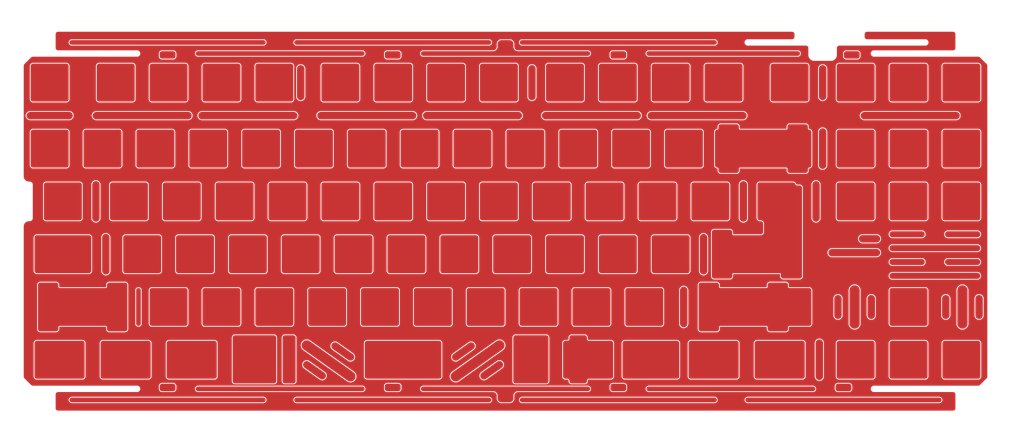
<source format=kicad_pcb>
(kicad_pcb (version 20210108) (generator pcbnew)
  (layers (0 "F.Cu" signal) (31 "B.Cu" signal) (34 "B.Paste" user) (35 "F.Paste" user) (36 "B.SilkS" user "B.Silkscreen") (37 "F.SilkS" user "F.Silkscreen") (38 "B.Mask" user) (39 "F.Mask" user) (44 "Edge.Cuts" user))
  (net 0 "")
  (gr_arc (start 37.461227 82.571519) (end 37.461227 81.571519) (angle -90) (layer "Edge.Cuts") (width 0.01))
  (gr_arc (start 156.114353 78.071518) (end 156.114352 79.071518) (angle -180) (layer "Edge.Cuts") (width 0.01))
  (gr_arc (start 316.064692 76.071519) (end 317.064693 76.071518) (angle -90) (layer "Edge.Cuts") (width 0.01))
  (gr_arc (start 189.811228 187.583536) (end 188.94209 186.360999) (angle -180) (layer "Edge.Cuts") (width 0.01))
  (gr_line (start 242.248726 143.484018) (end 254.248727 143.484018) (layer "Edge.Cuts") (width 0.01))
  (gr_line (start 376.954977 172.534019) (end 376.954977 166.534018) (layer "Edge.Cuts") (width 0.01))
  (gr_line (start 263.773726 176.534018) (end 251.773726 176.534018) (layer "Edge.Cuts") (width 0.01))
  (gr_arc (start 359.023726 125.434019) (end 360.023726 125.434019) (angle -90) (layer "Edge.Cuts") (width 0.01))
  (gr_line (start 299.398725 138.434019) (end 299.779983 138.434019) (layer "Edge.Cuts") (width 0.01))
  (gr_arc (start 347.223727 143.256557) (end 347.223727 142.056556) (angle -90) (layer "Edge.Cuts") (width 0.01))
  (gr_arc (start 220.911227 118.384019) (end 220.911226 119.384019) (angle -90) (layer "Edge.Cuts") (width 0.01))
  (gr_arc (start 78.036227 125.434019) (end 79.036227 125.434019) (angle -90) (layer "Edge.Cuts") (width 0.01))
  (gr_arc (start 104.136227 125.434019) (end 104.136229 124.434019) (angle -90) (layer "Edge.Cuts") (width 0.01))
  (gr_arc (start 156.114352 199.084018) (end 156.114352 200.084018) (angle -180) (layer "Edge.Cuts") (width 0.01))
  (gr_line (start 283.868147 178.496019) (end 278.213346 178.496018) (layer "Edge.Cuts") (width 0.01))
  (gr_arc (start 92.323727 82.571519) (end 93.323728 82.571519) (angle -90) (layer "Edge.Cuts") (width 0.01))
  (gr_arc (start 285.370827 104.422018) (end 285.370827 103.422018) (angle -90) (layer "Edge.Cuts") (width 0.01))
  (gr_line (start 366.073727 181.584018) (end 378.073727 181.584018) (layer "Edge.Cuts") (width 0.01))
  (gr_arc (start 206.267478 74.577769) (end 206.267478 73.077768) (angle -90) (layer "Edge.Cuts") (width 0.01))
  (gr_line (start 241.248726 156.484018) (end 241.248726 144.484018) (layer "Edge.Cuts") (width 0.01))
  (gr_arc (start 51.461227 203.084019) (end 51.461227 202.084017) (angle -180) (layer "Edge.Cuts") (width 0.01))
  (gr_arc (start 273.298726 94.571519) (end 273.298727 95.571519) (angle -90) (layer "Edge.Cuts") (width 0.01))
  (gr_arc (start 163.761227 106.384019) (end 164.761226 106.384019) (angle -90) (layer "Edge.Cuts") (width 0.01))
  (gr_arc (start 209.267476 202.577768) (end 209.267476 204.077767) (angle -90) (layer "Edge.Cuts") (width 0.01))
  (gr_arc (start 377.823727 158.356558) (end 377.823727 159.556557) (angle -90) (layer "Edge.Cuts") (width 0.01))
  (gr_arc (start 146.31107 183.623826) (end 147.180208 182.401288) (angle -180) (layer "Edge.Cuts") (width 0.01))
  (gr_arc (start 68.511227 106.384019) (end 69.511227 106.384019) (angle -90) (layer "Edge.Cuts") (width 0.01))
  (gr_line (start 306.859346 157.784018) (end 306.859345 158.446017) (layer "Edge.Cuts") (width 0.01))
  (gr_arc (start 46.461228 71.071518) (end 46.461229 70.071518) (angle -55.16505643) (layer "Edge.Cuts") (width 0.01))
  (gr_arc (start 83.961227 198.084019) (end 83.961227 197.084018) (angle -90) (layer "Edge.Cuts") (width 0.01))
  (gr_line (start 85.468746 182.584018) (end 85.468747 194.584019) (layer "Edge.Cuts") (width 0.01))
  (gr_arc (start 192.336227 137.434018) (end 192.336227 138.434019) (angle -90) (layer "Edge.Cuts") (width 0.01))
  (gr_arc (start 347.223727 143.356558) (end 346.023727 143.356557) (angle -90) (layer "Edge.Cuts") (width 0.01))
  (gr_arc (start 333.592475 175.534018) (end 331.592476 175.534018) (angle -180) (layer "Edge.Cuts") (width 0.01))
  (gr_line (start 36.461227 106.384019) (end 36.461227 118.384019) (layer "Edge.Cuts") (width 0.01))
  (gr_line (start 309.246825 105.084019) (end 309.246826 104.422018) (layer "Edge.Cuts") (width 0.01))
  (gr_line (start 69.798727 144.484018) (end 69.798727 156.484018) (layer "Edge.Cuts") (width 0.01))
  (gr_curve (pts (xy 369.987732 206.489721) (xy 370.041609 206.368339) (xy 370.073728 206.22759) (xy 370.073727 206.084017)) (layer "Edge.Cuts") (width 0.01))
  (gr_arc (start 201.861227 106.384019) (end 202.861227 106.384019) (angle -90) (layer "Edge.Cuts") (width 0.01))
  (gr_line (start 45.461228 71.071518) (end 45.461228 72.642733) (layer "Edge.Cuts") (width 0.01))
  (gr_arc (start 63.702486 156.484018) (end 62.202487 156.484018) (angle -180) (layer "Edge.Cuts") (width 0.01))
  (gr_line (start 201.767478 75.071518) (end 132.461228 75.071518) (layer "Edge.Cuts") (width 0.01))
  (gr_line (start 213.767477 202.084017) (end 283.073725 202.084018) (layer "Edge.Cuts") (width 0.01))
  (gr_arc (start 285.370827 120.346019) (end 284.370826 120.346018) (angle -90) (layer "Edge.Cuts") (width 0.01))
  (gr_line (start 83.961227 197.084018) (end 87.961227 197.084018) (layer "Edge.Cuts") (width 0.01))
  (gr_arc (start 89.848726 144.484018) (end 89.848727 143.484018) (angle -90) (layer "Edge.Cuts") (width 0.01))
  (gr_line (start 291.992477 137.434018) (end 291.992476 125.434018) (layer "Edge.Cuts") (width 0.01))
  (gr_arc (start 317.201626 119.683363) (end 317.192101 119.383514) (angle -88.18062807) (layer "Edge.Cuts") (width 0.01))
  (gr_arc (start 154.236226 137.43402) (end 154.236227 138.434019) (angle -90) (layer "Edge.Cuts") (width 0.01))
  (gr_arc (start 132.711227 118.384018) (end 131.711227 118.384019) (angle -90) (layer "Edge.Cuts") (width 0.01))
  (gr_line (start 212.673725 175.534018) (end 212.673726 163.534018) (layer "Edge.Cuts") (width 0.01))
  (gr_line (start 125.264978 180.584017) (end 125.264978 196.284018) (layer "Edge.Cuts") (width 0.01))
  (gr_line (start 232.723727 176.534018) (end 244.723725 176.534018) (layer "Edge.Cuts") (width 0.01))
  (gr_line (start 282.983347 159.446018) (end 288.638147 159.446018) (layer "Edge.Cuts") (width 0.01))
  (gr_arc (start 377.823727 158.256557) (end 379.023728 158.256556) (angle -90) (layer "Edge.Cuts") (width 0.01))
  (gr_arc (start 298.398725 194.584018) (end 297.398726 194.584018) (angle -90) (layer "Edge.Cuts") (width 0.01))
  (gr_line (start 381.573727 82.485733) (end 381.573727 194.669803) (layer "Edge.Cuts") (width 0.01))
  (gr_line (start 112.373728 163.534018) (end 112.373726 175.534018) (layer "Edge.Cuts") (width 0.01))
  (gr_arc (start 161.286227 125.434018) (end 161.286227 124.434019) (angle -90) (layer "Edge.Cuts") (width 0.01))
  (gr_line (start 366.073726 124.434019) (end 378.073727 124.434019) (layer "Edge.Cuts") (width 0.01))
  (gr_curve (pts (xy 311.993078 72.443141) (xy 312.038392 72.329932) (xy 312.064693 72.200896) (xy 312.064693 72.071519)) (layer "Edge.Cuts") (width 0.01))
  (gr_line (start 359.023726 119.384019) (end 347.023727 119.384019) (layer "Edge.Cuts") (width 0.01))
  (gr_line (start 231.618825 197.284018) (end 236.273625 197.284018) (layer "Edge.Cuts") (width 0.01))
  (gr_line (start 290.966207 181.584018) (end 274.586227 181.584018) (layer "Edge.Cuts") (width 0.01))
  (gr_arc (start 235.198727 94.571518) (end 235.198728 95.571519) (angle -90) (layer "Edge.Cuts") (width 0.01))
  (gr_arc (start 123.186227 125.434019) (end 123.186227 124.434019) (angle -90) (layer "Edge.Cuts") (width 0.01))
  (gr_line (start 359.023725 138.434019) (end 347.023727 138.434019) (layer "Edge.Cuts") (width 0.01))
  (gr_arc (start 135.186228 125.434019) (end 136.186228 125.434019) (angle -90) (layer "Edge.Cuts") (width 0.01))
  (gr_line (start 116.136228 124.434019) (end 104.136229 124.434019) (layer "Edge.Cuts") (width 0.01))
  (gr_arc (start 161.286228 94.571519) (end 160.286228 94.571519) (angle -90) (layer "Edge.Cuts") (width 0.01))
  (gr_arc (start 357.823727 153.256557) (end 359.023727 153.256557) (angle -90) (layer "Edge.Cuts") (width 0.01))
  (gr_arc (start 80.323728 94.571519) (end 79.323728 94.571519) (angle -90) (layer "Edge.Cuts") (width 0.01))
  (gr_line (start 251.420602 78.071519) (end 251.420601 79.071519) (layer "Edge.Cuts") (width 0.01))
  (gr_line (start 187.573727 176.534018) (end 175.573727 176.534018) (layer "Edge.Cuts") (width 0.01))
  (gr_line (start 206.727677 185.01107) (end 190.970077 196.213589) (layer "Edge.Cuts") (width 0.01))
  (gr_arc (start 101.848728 156.484018) (end 101.848727 157.484018) (angle -90) (layer "Edge.Cuts") (width 0.01))
  (gr_line (start 118.423728 162.534018) (end 130.423728 162.534019) (layer "Edge.Cuts") (width 0.01))
  (gr_arc (start 211.386227 94.571519) (end 211.386228 95.571519) (angle -90) (layer "Edge.Cuts") (width 0.01))
  (gr_arc (start 195.381005 183.623827) (end 196.250142 184.846365) (angle -180.0000009) (layer "Edge.Cuts") (width 0.01))
  (gr_arc (start 87.961228 79.071518) (end 87.961228 80.071518) (angle -90) (layer "Edge.Cuts") (width 0.01))
  (gr_arc (start 35.961227 122.434018) (end 33.961226 122.434019) (angle -90) (layer "Edge.Cuts") (width 0.01))
  (gr_arc (start 377.823727 143.256557) (end 379.023727 143.256558) (angle -90) (layer "Edge.Cuts") (width 0.01))
  (gr_arc (start 125.661227 118.384018) (end 125.661228 119.384019) (angle -90) (layer "Edge.Cuts") (width 0.01))
  (gr_line (start 260.298726 98.977768) (end 293.348726 98.977768) (layer "Edge.Cuts") (width 0.01))
  (gr_arc (start 359.023727 106.384019) (end 360.023727 106.384019) (angle -90) (layer "Edge.Cuts") (width 0.01))
  (gr_arc (start 101.848727 144.484018) (end 102.848727 144.484018) (angle -90) (layer "Edge.Cuts") (width 0.01))
  (gr_line (start 154.236227 138.434019) (end 142.236228 138.434019) (layer "Edge.Cuts") (width 0.01))
  (gr_arc (start 201.767477 74.071518) (end 201.767478 75.071518) (angle -180) (layer "Edge.Cuts") (width 0.01))
  (gr_arc (start 169.114352 198.084019) (end 170.114352 198.084018) (angle -90) (layer "Edge.Cuts") (width 0.01))
  (gr_arc (start 92.323728 94.571518) (end 92.323729 95.571519) (angle -90) (layer "Edge.Cuts") (width 0.01))
  (gr_arc (start 185.098727 144.484018) (end 185.098727 143.484018) (angle -90) (layer "Edge.Cuts") (width 0.01))
  (gr_arc (start 54.223727 137.434019) (end 54.223727 138.434019) (angle -90) (layer "Edge.Cuts") (width 0.01))
  (gr_arc (start 231.618826 196.284017) (end 230.618826 196.284018) (angle -90) (layer "Edge.Cuts") (width 0.01))
  (gr_arc (start 282.983347 142.522017) (end 282.983347 141.522017) (angle -90) (layer "Edge.Cuts") (width 0.01))
  (gr_line (start 203.267477 200.084018) (end 178.114352 200.084018) (layer "Edge.Cuts") (width 0.01))
  (gr_arc (start 242.248725 144.484018) (end 242.248726 143.484018) (angle -90) (layer "Edge.Cuts") (width 0.01))
  (gr_arc (start 86.468747 194.584018) (end 85.468747 194.584019) (angle -90) (layer "Edge.Cuts") (width 0.01))
  (gr_line (start 74.273727 82.571519) (end 74.273728 94.57152) (layer "Edge.Cuts") (width 0.01))
  (gr_arc (start 118.423727 163.534018) (end 118.423728 162.534018) (angle -90) (layer "Edge.Cuts") (width 0.01))
  (gr_arc (start 54.223727 125.434018) (end 55.223727 125.43402) (angle -90) (layer "Edge.Cuts") (width 0.01))
  (gr_arc (start 378.073726 194.584017) (end 378.073726 195.584017) (angle -90) (layer "Edge.Cuts") (width 0.01))
  (gr_line (start 325.373726 148.434018) (end 341.473726 148.434018) (layer "Edge.Cuts") (width 0.01))
  (gr_arc (start 330.573727 79.071519) (end 329.573727 79.071519) (angle -90) (layer "Edge.Cuts") (width 0.01))
  (gr_curve (pts (xy 45.640427 70.500304) (xy 45.599541 70.559055) (xy 45.562309 70.626286) (xy 45.532843 70.699896)) (layer "Edge.Cuts") (width 0.01))
  (gr_arc (start 146.998727 144.484018) (end 146.998728 143.484018) (angle -90) (layer "Edge.Cuts") (width 0.01))
  (gr_line (start 341.092475 166.534018) (end 341.092476 172.534017) (layer "Edge.Cuts") (width 0.01))
  (gr_arc (start 261.298726 144.484018) (end 261.298726 143.484018) (angle -90) (layer "Edge.Cuts") (width 0.01))
  (gr_line (start 279.061227 106.384018) (end 279.061227 118.384018) (layer "Edge.Cuts") (width 0.01))
  (gr_arc (start 339.973726 194.584018) (end 339.973726 195.584019) (angle -90) (layer "Edge.Cuts") (width 0.01))
  (gr_arc (start 113.661227 118.384019) (end 112.661227 118.384019) (angle -90) (layer "Edge.Cuts") (width 0.01))
  (gr_arc (start 347.023726 175.534018) (end 346.023727 175.534018) (angle -90) (layer "Edge.Cuts") (width 0.01))
  (gr_line (start 240.961227 118.384019) (end 240.961226 106.384019) (layer "Edge.Cuts") (width 0.01))
  (gr_arc (start 87.961228 78.071518) (end 88.961228 78.071518) (angle -90) (layer "Edge.Cuts") (width 0.01))
  (gr_arc (start 38.843747 194.584017) (end 37.843747 194.584018) (angle -90) (layer "Edge.Cuts") (width 0.01))
  (gr_arc (start 211.386227 137.434018) (end 211.386225 138.434019) (angle -90) (layer "Edge.Cuts") (width 0.01))
  (gr_arc (start 289.938147 157.784018) (end 289.938147 157.484018) (angle -90) (layer "Edge.Cuts") (width 0.01))
  (gr_arc (start 94.611226 118.384019) (end 93.611228 118.384019) (angle -90) (layer "Edge.Cuts") (width 0.01))
  (gr_line (start 189.861227 105.384019) (end 201.861227 105.384019) (layer "Edge.Cuts") (width 0.01))
  (gr_line (start 274.586226 125.434019) (end 274.586226 137.43402) (layer "Edge.Cuts") (width 0.01))
  (gr_line (start 96.961227 77.071518) (end 156.114353 77.071518) (layer "Edge.Cuts") (width 0.01))
  (gr_line (start 54.223727 138.434019) (end 42.223728 138.434019) (layer "Edge.Cuts") (width 0.01))
  (gr_arc (start 239.961226 106.384019) (end 240.961226 106.384019) (angle -90) (layer "Edge.Cuts") (width 0.01))
  (gr_line (start 42.223728 124.434019) (end 54.223728 124.434019) (layer "Edge.Cuts") (width 0.01))
  (gr_arc (start 338.059338 71.071519) (end 338.059338 70.071519) (angle -55.16505643) (layer "Edge.Cuts") (width 0.01))
  (gr_line (start 198.386228 137.434019) (end 198.386228 125.434019) (layer "Edge.Cuts") (width 0.01))
  (gr_line (start 38.843747 195.584017) (end 55.223727 195.584017) (layer "Edge.Cuts") (width 0.01))
  (gr_arc (start 304.161227 82.571519) (end 304.161227 81.571518) (angle -90) (layer "Edge.Cuts") (width 0.01))
  (gr_line (start 98.086227 137.434018) (end 98.086227 125.434019) (layer "Edge.Cuts") (width 0.01))
  (gr_line (start 338.059337 73.071519) (end 359.073727 73.07152) (layer "Edge.Cuts") (width 0.01))
  (gr_arc (start 325.473726 149.934018) (end 325.373726 148.434018) (angle -172.3718503) (layer "Edge.Cuts") (width 0.01))
  (gr_arc (start 192.336228 94.571519) (end 192.336228 95.571519) (angle -90) (layer "Edge.Cuts") (width 0.01))
  (gr_line (start 146.998727 157.484018) (end 158.998728 157.484017) (layer "Edge.Cuts") (width 0.01))
  (gr_arc (start 158.998727 156.484018) (end 158.998728 157.484017) (angle -90) (layer "Edge.Cuts") (width 0.01))
  (gr_arc (start 377.823727 153.356558) (end 377.823726 154.556556) (angle -90) (layer "Edge.Cuts") (width 0.01))
  (gr_arc (start 118.423728 82.571519) (end 118.423729 81.571518) (angle -90) (layer "Edge.Cuts") (width 0.01))
  (gr_arc (start 259.420601 199.084018) (end 259.420601 198.084019) (angle -180) (layer "Edge.Cuts") (width 0.01))
  (gr_arc (start 320.876216 182.584017) (end 322.376217 182.584017) (angle -180) (layer "Edge.Cuts") (width 0.01))
  (gr_line (start 50.461227 82.571518) (end 50.461227 94.571519) (layer "Edge.Cuts") (width 0.01))
  (gr_line (start 221.911226 106.384019) (end 221.911227 118.384018) (layer "Edge.Cuts") (width 0.01))
  (gr_arc (start 141.693026 194.340729) (end 140.823887 195.563267) (angle -179.9999991) (layer "Edge.Cuts") (width 0.01))
  (gr_arc (start 61.273727 94.571519) (end 60.273727 94.57152) (angle -90) (layer "Edge.Cuts") (width 0.01))
  (gr_arc (start 168.523729 175.534018) (end 168.523728 176.534018) (angle -90) (layer "Edge.Cuts") (width 0.01))
  (gr_line (start 169.523727 175.534018) (end 169.523729 163.534019) (layer "Edge.Cuts") (width 0.01))
  (gr_arc (start 213.767476 203.084018) (end 213.767477 202.084017) (angle -180) (layer "Edge.Cuts") (width 0.01))
  (gr_arc (start 56.511226 106.384019) (end 56.511227 105.384018) (angle -90) (layer "Edge.Cuts") (width 0.01))
  (gr_line (start 179.336227 94.571519) (end 179.336229 82.571519) (layer "Edge.Cuts") (width 0.01))
  (gr_arc (start 327.973726 194.584018) (end 326.973727 194.584019) (angle -90) (layer "Edge.Cuts") (width 0.01))
  (gr_arc (start 339.973726 182.584018) (end 340.973727 182.584018) (angle -90) (layer "Edge.Cuts") (width 0.01))
  (gr_line (start 269.536226 137.434018) (end 269.536226 125.434019) (layer "Edge.Cuts") (width 0.01))
  (gr_line (start 58.606246 156.484018) (end 58.606246 144.484018) (layer "Edge.Cuts") (width 0.01))
  (gr_arc (start 83.961228 78.071518) (end 83.961228 77.071518) (angle -90) (layer "Edge.Cuts") (width 0.01))
  (gr_line (start 316.901626 119.683363) (end 316.901626 120.346019) (layer "Edge.Cuts") (width 0.01))
  (gr_line (start 50.461227 118.384019) (end 50.461227 106.384019) (layer "Edge.Cuts") (width 0.01))
  (gr_arc (start 127.948727 156.484018) (end 126.948728 156.484018) (angle -90) (layer "Edge.Cuts") (width 0.01))
  (gr_arc (start 111.373728 94.571519) (end 111.373728 95.571519) (angle -90) (layer "Edge.Cuts") (width 0.01))
  (gr_line (start 347.023727 81.57152) (end 359.023726 81.57152) (layer "Edge.Cuts") (width 0.01))
  (gr_arc (start 75.561227 106.384019) (end 75.561227 105.384019) (angle -90) (layer "Edge.Cuts") (width 0.01))
  (gr_arc (start 35.961227 140.434018) (end 35.961228 138.43402) (angle -90) (layer "Edge.Cuts") (width 0.01))
  (gr_arc (start 85.086228 137.434018) (end 84.086228 137.434019) (angle -90) (layer "Edge.Cuts") (width 0.01))
  (gr_arc (start 60.129977 125.434018) (end 61.629977 125.434018) (angle -180) (layer "Edge.Cuts") (width 0.01))
  (gr_arc (start 295.073728 74.071518) (end 295.073727 73.07152) (angle -180) (layer "Edge.Cuts") (width 0.01))
  (gr_line (start 75.561227 105.384019) (end 87.561227 105.384019) (layer "Edge.Cuts") (width 0.01))
  (gr_arc (start 120.461228 203.084018) (end 120.461227 204.084018) (angle -180) (layer "Edge.Cuts") (width 0.01))
  (gr_arc (start 293.492477 137.434018) (end 291.992477 137.434018) (angle -180) (layer "Edge.Cuts") (width 0.01))
  (gr_line (start 211.386225 138.434019) (end 199.386227 138.434019) (layer "Edge.Cuts") (width 0.01))
  (gr_line (start 65.036228 137.434019) (end 65.036227 125.434019) (layer "Edge.Cuts") (width 0.01))
  (gr_arc (start 199.386227 125.434019) (end 199.386226 124.434019) (angle -90) (layer "Edge.Cuts") (width 0.01))
  (gr_line (start 226.961227 106.384019) (end 226.961226 118.384019) (layer "Edge.Cuts") (width 0.01))
  (gr_line (start 45.743148 160.572018) (end 40.088348 160.572017) (layer "Edge.Cuts") (width 0.01))
  (gr_line (start 370.161227 101.977768) (end 337.111226 101.977769) (layer "Edge.Cuts") (width 0.01))
  (gr_arc (start 311.398727 125.434018) (end 312.359672 125.157281) (angle -73.93440149) (layer "Edge.Cuts") (width 0.01))
  (gr_line (start 339.973726 195.584019) (end 327.973727 195.584018) (layer "Edge.Cuts") (width 0.01))
  (gr_line (start 291.025627 121.346019) (end 285.370827 121.346019) (layer "Edge.Cuts") (width 0.01))
  (gr_line (start 336.373726 143.434018) (end 341.473726 143.434018) (layer "Edge.Cuts") (width 0.01))
  (gr_arc (start 250.420601 199.084018) (end 250.420601 200.084017) (angle -90) (layer "Edge.Cuts") (width 0.01))
  (gr_arc (start 178.114354 78.071518) (end 178.114353 77.071517) (angle -180) (layer "Edge.Cuts") (width 0.01))
  (gr_line (start 360.023727 106.384019) (end 360.023726 118.384019) (layer "Edge.Cuts") (width 0.01))
  (gr_line (start 199.386226 124.434019) (end 211.386225 124.434018) (layer "Edge.Cuts") (width 0.01))
  (gr_line (start 212.267476 77.071519) (end 237.420602 77.071519) (layer "Edge.Cuts") (width 0.01))
  (gr_line (start 140.948727 144.484018) (end 140.948728 156.484018) (layer "Edge.Cuts") (width 0.01))
  (gr_arc (start 135.186227 137.43402) (end 135.186226 138.434019) (angle -90) (layer "Edge.Cuts") (width 0.01))
  (gr_line (start 145.998727 144.484018) (end 145.998727 156.484018) (layer "Edge.Cuts") (width 0.01))
  (gr_arc (start 366.073727 137.434018) (end 365.073726 137.434018) (angle -90) (layer "Edge.Cuts") (width 0.01))
  (gr_arc (start 274.586226 194.584018) (end 273.586226 194.584019) (angle -90) (layer "Edge.Cuts") (width 0.01))
  (gr_arc (start 166.048727 144.484018) (end 166.048727 143.484018) (angle -90) (layer "Edge.Cuts") (width 0.01))
  (gr_arc (start 57.606248 144.484019) (end 58.606246 144.484018) (angle -90) (layer "Edge.Cuts") (width 0.01))
  (gr_arc (start 377.823727 153.256557) (end 379.023726 153.256558) (angle -90) (layer "Edge.Cuts") (width 0.01))
  (gr_line (start 188.573728 163.534017) (end 188.573727 175.534017) (layer "Edge.Cuts") (width 0.01))
  (gr_arc (start 311.064692 71.071519) (end 311.885494 70.500305) (angle -55.16505643) (layer "Edge.Cuts") (width 0.01))
  (gr_line (start 347.023727 162.534018) (end 359.023727 162.534018) (layer "Edge.Cuts") (width 0.01))
  (gr_line (start 222.396226 197.28387) (end 211.396226 197.28387) (layer "Edge.Cuts") (width 0.01))
  (gr_arc (start 123.186228 137.434019) (end 122.186227 137.43402) (angle -90) (layer "Edge.Cuts") (width 0.01))
  (gr_arc (start 347.023727 118.384019) (end 346.023726 118.384019) (angle -90) (layer "Edge.Cuts") (width 0.01))
  (gr_line (start 158.998727 143.484018) (end 146.998728 143.484018) (layer "Edge.Cuts") (width 0.01))
  (gr_line (start 299.786969 143.484018) (end 289.930647 143.484018) (layer "Edge.Cuts") (width 0.01))
  (gr_arc (start 139.948727 144.484018) (end 140.948727 144.484018) (angle -90) (layer "Edge.Cuts") (width 0.01))
  (gr_line (start 51.461227 202.084017) (end 120.461227 202.084017) (layer "Edge.Cuts") (width 0.01))
  (gr_arc (start 322.06704 118.384019) (end 320.56704 118.384019) (angle -180) (layer "Edge.Cuts") (width 0.01))
  (gr_line (start 197.098727 143.484019) (end 185.098727 143.484018) (layer "Edge.Cuts") (width 0.01))
  (gr_line (start 365.073727 118.384019) (end 365.073727 106.384019) (layer "Edge.Cuts") (width 0.01))
  (gr_line (start 63.964347 176.834018) (end 63.964348 177.496018) (layer "Edge.Cuts") (width 0.01))
  (gr_arc (start 254.248726 144.484018) (end 255.248726 144.484018) (angle -90) (layer "Edge.Cuts") (width 0.01))
  (gr_line (start 182.811227 119.384019) (end 170.811228 119.384019) (layer "Edge.Cuts") (width 0.01))
  (gr_line (start 298.398726 181.584018) (end 314.778708 181.584018) (layer "Edge.Cuts") (width 0.01))
  (gr_arc (start 273.298726 156.484018) (end 273.298726 157.484019) (angle -90) (layer "Edge.Cuts") (width 0.01))
  (gr_line (start 126.661228 106.384019) (end 126.661228 118.384019) (layer "Edge.Cuts") (width 0.01))
  (gr_arc (start 49.461226 82.571519) (end 50.461227 82.571518) (angle -90) (layer "Edge.Cuts") (width 0.01))
  (gr_arc (start 369.073727 206.084018) (end 369.073726 207.084018) (angle -55.16505643) (layer "Edge.Cuts") (width 0.01))
  (gr_arc (start 136.123247 190.381018) (end 136.992385 189.158479) (angle -179.9999988) (layer "Edge.Cuts") (width 0.01))
  (gr_line (start 293.348726 101.977769) (end 260.298726 101.977769) (layer "Edge.Cuts") (width 0.01))
  (gr_arc (start 203.267478 75.57152) (end 203.267479 77.071519) (angle -90) (layer "Edge.Cuts") (width 0.01))
  (gr_arc (start 132.461228 74.071519) (end 132.461228 73.071518) (angle -180) (layer "Edge.Cuts") (width 0.01))
  (gr_line (start 145.441933 184.846365) (end 151.01171 188.806076) (layer "Edge.Cuts") (width 0.01))
  (gr_arc (start 156.523727 175.534018) (end 155.523727 175.534018) (angle -90) (layer "Edge.Cuts") (width 0.01))
  (gr_line (start 310.044146 162.534018) (end 317.161226 162.534019) (layer "Edge.Cuts") (width 0.01))
  (gr_line (start 145.711227 106.384019) (end 145.711228 118.384018) (layer "Edge.Cuts") (width 0.01))
  (gr_line (start 132.711227 105.384019) (end 144.711227 105.384019) (layer "Edge.Cuts") (width 0.01))
  (gr_arc (start 317.201626 105.084674) (end 316.901626 105.084674) (angle -88.18062807) (layer "Edge.Cuts") (width 0.01))
  (gr_line (start 327.973727 81.571519) (end 339.973726 81.57152) (layer "Edge.Cuts") (width 0.01))
  (gr_arc (start 246.420602 78.071519) (end 246.420602 77.071519) (angle -90) (layer "Edge.Cuts") (width 0.01))
  (gr_arc (start 154.236228 82.571519) (end 155.236228 82.571519) (angle -90) (layer "Edge.Cuts") (width 0.01))
  (gr_arc (start 237.486227 137.434018) (end 236.486226 137.434019) (angle -90) (layer "Edge.Cuts") (width 0.01))
  (gr_line (start 326.092476 172.534018) (end 326.092476 166.534018) (layer "Edge.Cuts") (width 0.01))
  (gr_line (start 193.336228 82.571519) (end 193.336228 94.571519) (layer "Edge.Cuts") (width 0.01))
  (gr_arc (start 99.373727 82.571519) (end 99.373728 81.57152) (angle -90) (layer "Edge.Cuts") (width 0.01))
  (gr_line (start 222.198726 98.977769) (end 255.248727 98.977769) (layer "Edge.Cuts") (width 0.01))
  (gr_arc (start 212.386227 100.477769) (end 212.386227 101.977768) (angle -180) (layer "Edge.Cuts") (width 0.01))
  (gr_arc (start 194.623728 163.534017) (end 194.623728 162.534018) (angle -90) (layer "Edge.Cuts") (width 0.01))
  (gr_arc (start 254.248726 156.484018) (end 254.248726 157.484018) (angle -90) (layer "Edge.Cuts") (width 0.01))
  (gr_arc (start 80.323728 163.534017) (end 80.323728 162.534018) (angle -90) (layer "Edge.Cuts") (width 0.01))
  (gr_arc (start 327.973727 125.434019) (end 327.973726 124.434019) (angle -90) (layer "Edge.Cuts") (width 0.01))
  (gr_line (start 79.036227 125.434019) (end 79.036226 137.43402) (layer "Edge.Cuts") (width 0.01))
  (gr_curve (pts (xy 337.130954 70.699896) (xy 337.085638 70.813106) (xy 337.059338 70.942141) (xy 337.059338 71.071519)) (layer "Edge.Cuts") (width 0.01))
  (gr_arc (start 205.568827 183.381019) (end 206.727677 185.01107) (angle -180) (layer "Edge.Cuts") (width 0.01))
  (gr_line (start 36.223727 124.434019) (end 35.961227 124.434019) (layer "Edge.Cuts") (width 0.01))
  (gr_line (start 37.223726 137.43402) (end 37.223727 125.434019) (layer "Edge.Cuts") (width 0.01))
  (gr_arc (start 310.044146 162.234018) (end 309.744146 162.234018) (angle -90) (layer "Edge.Cuts") (width 0.01))
  (gr_line (start 93.323728 163.534017) (end 93.323727 175.534018) (layer "Edge.Cuts") (width 0.01))
  (gr_arc (start 118.423727 94.571519) (end 117.423727 94.571519) (angle -90) (layer "Edge.Cuts") (width 0.01))
  (gr_arc (start 378.073727 94.571518) (end 378.073727 95.571518) (angle -90) (layer "Edge.Cuts") (width 0.01))
  (gr_line (start 164.114352 199.084017) (end 164.114352 198.084019) (layer "Edge.Cuts") (width 0.01))
  (gr_arc (start 290.966207 194.584018) (end 290.966206 195.584017) (angle -90) (layer "Edge.Cuts") (width 0.01))
  (gr_arc (start 378.454978 172.534019) (end 376.954977 172.534019) (angle -180) (layer "Edge.Cuts") (width 0.01))
  (gr_line (start 249.486226 124.434018) (end 237.486226 124.434018) (layer "Edge.Cuts") (width 0.01))
  (gr_arc (start 339.973727 106.384019) (end 340.973727 106.384019) (angle -90) (layer "Edge.Cuts") (width 0.01))
  (gr_line (start 88.961227 198.084017) (end 88.961226 199.084018) (layer "Edge.Cuts") (width 0.01))
  (gr_line (start 308.744145 178.496018) (end 303.089346 178.496018) (layer "Edge.Cuts") (width 0.01))
  (gr_arc (start 339.973725 118.384019) (end 339.973725 119.384019) (angle -90) (layer "Edge.Cuts") (width 0.01))
  (gr_arc (start 208.911226 118.384019) (end 207.911226 118.384019) (angle -90) (layer "Edge.Cuts") (width 0.01))
  (gr_line (start 365.073727 94.571519) (end 365.073727 82.571519) (layer "Edge.Cuts") (width 0.01))
  (gr_arc (start 347.223727 148.356557) (end 346.023726 148.356557) (angle -90) (layer "Edge.Cuts") (width 0.01))
  (gr_line (start 61.656247 194.584019) (end 61.656247 182.584018) (layer "Edge.Cuts") (width 0.01))
  (gr_line (start 73.273728 95.571519) (end 61.273728 95.57152) (layer "Edge.Cuts") (width 0.01))
  (gr_line (start 79.036227 195.584018) (end 62.656247 195.584018) (layer "Edge.Cuts") (width 0.01))
  (gr_line (start 339.973726 138.434019) (end 327.973727 138.434019) (layer "Edge.Cuts") (width 0.01))
  (gr_arc (start 156.523728 163.534018) (end 156.523728 162.534018) (angle -90) (layer "Edge.Cuts") (width 0.01))
  (gr_line (start 246.723726 194.584017) (end 246.723726 182.584018) (layer "Edge.Cuts") (width 0.01))
  (gr_line (start 250.773727 195.584017) (end 269.536226 195.584018) (layer "Edge.Cuts") (width 0.01))
  (gr_arc (start 259.420602 78.07152) (end 259.420601 77.071519) (angle -180) (layer "Edge.Cuts") (width 0.01))
  (gr_arc (start 308.744147 161.572017) (end 309.744147 161.572017) (angle -90) (layer "Edge.Cuts") (width 0.01))
  (gr_line (start 45.461228 204.512803) (end 45.461227 201.084018) (layer "Edge.Cuts") (width 0.01))
  (gr_line (start 156.114352 198.084019) (end 96.961227 198.084018) (layer "Edge.Cuts") (width 0.01))
  (gr_line (start 230.618827 196.084018) (end 230.618826 196.284018) (layer "Edge.Cuts") (width 0.01))
  (gr_arc (start 230.436227 125.434018) (end 231.436227 125.434019) (angle -90) (layer "Edge.Cuts") (width 0.01))
  (gr_arc (start 189.861227 118.384019) (end 188.861228 118.384018) (angle -90) (layer "Edge.Cuts") (width 0.01))
  (gr_arc (start 189.861227 106.384019) (end 189.861227 105.384019) (angle -90) (layer "Edge.Cuts") (width 0.01))
  (gr_arc (start 319.686227 125.434019) (end 321.186227 125.434019) (angle -180) (layer "Edge.Cuts") (width 0.01))
  (gr_arc (start 37.375441 80.071518) (end 37.375441 79.071519) (angle -45) (layer "Edge.Cuts") (width 0.01))
  (gr_arc (start 61.273729 82.571519) (end 61.273728 81.571519) (angle -90) (layer "Edge.Cuts") (width 0.01))
  (gr_line (start 261.298726 143.484018) (end 273.298726 143.484018) (layer "Edge.Cuts") (width 0.01))
  (gr_arc (start 199.99905 194.340729) (end 199.129914 193.11819) (angle -180) (layer "Edge.Cuts") (width 0.01))
  (gr_arc (start 327.573727 198.084018) (end 327.573727 197.084018) (angle -90) (layer "Edge.Cuts") (width 0.01))
  (gr_line (start 235.198726 157.484018) (end 223.198726 157.484018) (layer "Edge.Cuts") (width 0.01))
  (gr_arc (start 180.336228 94.571519) (end 179.336227 94.571519) (angle -90) (layer "Edge.Cuts") (width 0.01))
  (gr_arc (start 220.911226 106.38402) (end 221.911226 106.384019) (angle -90) (layer "Edge.Cuts") (width 0.01))
  (gr_arc (start 331.573727 199.084018) (end 331.573728 200.084018) (angle -90) (layer "Edge.Cuts") (width 0.01))
  (gr_arc (start 149.473728 163.534017) (end 150.473728 163.534018) (angle -90) (layer "Edge.Cuts") (width 0.01))
  (gr_line (start 63.664347 162.534018) (end 47.043148 162.534018) (layer "Edge.Cuts") (width 0.01))
  (gr_arc (start 222.396227 180.583868) (end 223.396226 180.583869) (angle -90) (layer "Edge.Cuts") (width 0.01))
  (gr_line (start 93.323728 82.571519) (end 93.323726 94.571519) (layer "Edge.Cuts") (width 0.01))
  (gr_line (start 192.336228 95.571519) (end 180.336228 95.571519) (layer "Edge.Cuts") (width 0.01))
  (gr_curve (pts (xy 337.059338 72.071519) (xy 337.059337 72.200896) (xy 337.085639 72.329931) (xy 337.130954 72.443142)) (layer "Edge.Cuts") (width 0.01))
  (gr_arc (start 206.623728 175.534018) (end 206.623727 176.534018) (angle -90) (layer "Edge.Cuts") (width 0.01))
  (gr_line (start 367.223727 152.056557) (end 377.823726 152.056557) (layer "Edge.Cuts") (width 0.01))
  (gr_line (start 287.586227 124.434018) (end 275.586226 124.434018) (layer "Edge.Cuts") (width 0.01))
  (gr_line (start 155.523728 163.534017) (end 155.523727 175.534018) (layer "Edge.Cuts") (width 0.01))
  (gr_arc (start 285.168147 162.234017) (end 284.868147 162.234017) (angle -90) (layer "Edge.Cuts") (width 0.01))
  (gr_arc (start 330.573727 78.071519) (end 330.573727 77.071519) (angle -90) (layer "Edge.Cuts") (width 0.01))
  (gr_line (start 60.273727 98.977769) (end 93.323728 98.977769) (layer "Edge.Cuts") (width 0.01))
  (gr_arc (start 303.089346 177.496018) (end 302.089346 177.496018) (angle -90) (layer "Edge.Cuts") (width 0.01))
  (gr_line (start 266.061227 105.384019) (end 278.061226 105.384018) (layer "Edge.Cuts") (width 0.01))
  (gr_arc (start 151.880848 194.583537) (end 150.721998 196.213589) (angle -180) (layer "Edge.Cuts") (width 0.01))
  (gr_line (start 379.023726 153.256558) (end 379.023727 153.356556) (layer "Edge.Cuts") (width 0.01))
  (gr_line (start 132.461228 73.071518) (end 201.767478 73.071518) (layer "Edge.Cuts") (width 0.01))
  (gr_arc (start 341.473726 149.934017) (end 341.473726 151.434018) (angle -180) (layer "Edge.Cuts") (width 0.01))
  (gr_line (start 84.086228 125.434019) (end 84.086228 137.434019) (layer "Edge.Cuts") (width 0.01))
  (gr_line (start 169.114353 80.071519) (end 165.114353 80.071519) (layer "Edge.Cuts") (width 0.01))
  (gr_line (start 132.264978 180.584018) (end 132.264978 196.284018) (layer "Edge.Cuts") (width 0.01))
  (gr_line (start 230.618826 180.584017) (end 230.618827 181.084017) (layer "Edge.Cuts") (width 0.01))
  (gr_line (start 347.223727 147.056556) (end 377.823727 147.056557) (layer "Edge.Cuts") (width 0.01))
  (gr_line (start 39.088347 161.572017) (end 39.088347 177.496018) (layer "Edge.Cuts") (width 0.01))
  (gr_line (start 340.973726 125.434019) (end 340.973726 137.434019) (layer "Edge.Cuts") (width 0.01))
  (gr_line (start 311.064692 70.071519) (end 46.461229 70.071518) (layer "Edge.Cuts") (width 0.01))
  (gr_line (start 280.637288 144.484018) (end 280.637287 156.484018) (layer "Edge.Cuts") (width 0.01))
  (gr_line (start 98.373728 94.571519) (end 98.373727 82.571519) (layer "Edge.Cuts") (width 0.01))
  (gr_arc (start 292.325626 119.684018) (end 292.325627 119.384018) (angle -90) (layer "Edge.Cuts") (width 0.01))
  (gr_arc (start 231.618825 180.584017) (end 231.618826 179.584017) (angle -90) (layer "Edge.Cuts") (width 0.01))
  (gr_arc (start 120.461228 74.071518) (end 120.461228 75.071518) (angle -180) (layer "Edge.Cuts") (width 0.01))
  (gr_line (start 87.961228 80.071518) (end 83.961228 80.071518) (layer "Edge.Cuts") (width 0.01))
  (gr_arc (start 50.461227 100.477769) (end 50.461227 101.977769) (angle -180) (layer "Edge.Cuts") (width 0.01))
  (gr_arc (start 283.868146 177.496018) (end 283.868147 178.496019) (angle -90) (layer "Edge.Cuts") (width 0.01))
  (gr_arc (start 205.568827 190.381017) (end 206.437964 191.603555) (angle -180) (layer "Edge.Cuts") (width 0.01))
  (gr_arc (start 110.264977 180.584018) (end 110.264978 179.584018) (angle -90) (layer "Edge.Cuts") (width 0.01))
  (gr_arc (start 357.823727 153.356557) (end 357.823727 154.556556) (angle -90) (layer "Edge.Cuts") (width 0.01))
  (gr_line (start 164.114353 79.071518) (end 164.114353 78.071519) (layer "Edge.Cuts") (width 0.01))
  (gr_arc (start 319.686226 137.434019) (end 318.186228 137.434019) (angle -180) (layer "Edge.Cuts") (width 0.01))
  (gr_arc (start 137.473728 163.534018) (end 137.473728 162.534017) (angle -90) (layer "Edge.Cuts") (width 0.01))
  (gr_line (start 37.461227 81.571519) (end 49.461227 81.57152) (layer "Edge.Cuts") (width 0.01))
  (gr_line (start 76.471437 163.534018) (end 76.471438 175.534018) (layer "Edge.Cuts") (width 0.01))
  (gr_arc (start 366.073726 118.384019) (end 365.073727 118.384019) (angle -90) (layer "Edge.Cuts") (width 0.01))
  (gr_arc (start 333.592476 163.534017) (end 335.592476 163.534018) (angle -180) (layer "Edge.Cuts") (width 0.01))
  (gr_line (start 165.114351 197.084018) (end 169.114352 197.084018) (layer "Edge.Cuts") (width 0.01))
  (gr_arc (start 36.461228 100.477769) (end 36.461228 98.977769) (angle -180) (layer "Edge.Cuts") (width 0.01))
  (gr_arc (start 339.973726 125.434019) (end 340.973726 125.434019) (angle -90) (layer "Edge.Cuts") (width 0.01))
  (gr_line (start 101.848727 143.484018) (end 89.848727 143.484018) (layer "Edge.Cuts") (width 0.01))
  (gr_arc (start 359.073727 74.071519) (end 359.073727 75.071519) (angle -180) (layer "Edge.Cuts") (width 0.01))
  (gr_line (start 206.437964 191.603555) (end 200.868187 195.563267) (layer "Edge.Cuts") (width 0.01))
  (gr_line (start 369.073727 70.07152) (end 338.059338 70.071519) (layer "Edge.Cuts") (width 0.01))
  (gr_line (start 359.023726 195.584018) (end 347.023726 195.584018) (layer "Edge.Cuts") (width 0.01))
  (gr_line (start 255.248726 144.484018) (end 255.248726 156.484018) (layer "Edge.Cuts") (width 0.01))
  (gr_arc (start 274.586226 182.584017) (end 274.586227 181.584018) (angle -90) (layer "Edge.Cuts") (width 0.01))
  (gr_arc (start 197.098727 144.484017) (end 198.098726 144.484018) (angle -90) (layer "Edge.Cuts") (width 0.01))
  (gr_arc (start 154.236228 125.434018) (end 155.236228 125.434018) (angle -90) (layer "Edge.Cuts") (width 0.01))
  (gr_arc (start 125.661226 106.384019) (end 126.661228 106.384019) (angle -90) (layer "Edge.Cuts") (width 0.01))
  (gr_line (start 284.868147 176.834018) (end 284.868147 177.496018) (layer "Edge.Cuts") (width 0.01))
  (gr_line (start 37.461228 119.384019) (end 49.461227 119.38402) (layer "Edge.Cuts") (width 0.01))
  (gr_arc (start 37.461227 106.384019) (end 37.461227 105.38402) (angle -90) (layer "Edge.Cuts") (width 0.01))
  (gr_line (start 175.573727 162.534018) (end 187.573728 162.534018) (layer "Edge.Cuts") (width 0.01))
  (gr_arc (start 235.198727 144.484018) (end 236.198725 144.484018) (angle -90) (layer "Edge.Cuts") (width 0.01))
  (gr_arc (start 292.348726 82.571518) (end 293.348726 82.571519) (angle -90) (layer "Edge.Cuts") (width 0.01))
  (gr_arc (start 49.461227 94.571519) (end 49.461227 95.571519) (angle -90) (layer "Edge.Cuts") (width 0.01))
  (gr_arc (start 287.586226 137.434018) (end 287.586225 138.434019) (angle -90) (layer "Edge.Cuts") (width 0.01))
  (gr_arc (start 250.420602 79.071519) (end 250.420603 80.071519) (angle -90) (layer "Edge.Cuts") (width 0.01))
  (gr_arc (start 212.267475 201.584018) (end 212.267476 200.084018) (angle -90) (layer "Edge.Cuts") (width 0.01))
  (gr_line (start 369.073726 207.084018) (end 46.461227 207.084017) (layer "Edge.Cuts") (width 0.01))
  (gr_arc (start 82.798727 144.484017) (end 83.798727 144.484018) (angle -90) (layer "Edge.Cuts") (width 0.01))
  (gr_line (start 307.859346 159.446017) (end 313.77985 159.446018) (layer "Edge.Cuts") (width 0.01))
  (gr_arc (start 340.573727 199.084018) (end 340.573727 198.084018) (angle -180) (layer "Edge.Cuts") (width 0.01))
  (gr_line (start 280.348727 81.571518) (end 292.348726 81.571519) (layer "Edge.Cuts") (width 0.01))
  (gr_line (start 88.848727 144.484017) (end 88.848728 156.484018) (layer "Edge.Cuts") (width 0.01))
  (gr_line (start 131.423728 82.571519) (end 131.423728 94.571519) (layer "Edge.Cuts") (width 0.01))
  (gr_arc (start 313.064693 78.071519) (end 313.064692 79.071519) (angle -180) (layer "Edge.Cuts") (width 0.01))
  (gr_line (start 178.048727 143.484019) (end 166.048727 143.484018) (layer "Edge.Cuts") (width 0.01))
  (gr_line (start 169.811227 118.384019) (end 169.811228 106.38402) (layer "Edge.Cuts") (width 0.01))
  (gr_line (start 260.298727 94.571519) (end 260.298728 82.571519) (layer "Edge.Cuts") (width 0.01))
  (gr_arc (start 280.348727 82.571519) (end 280.348727 81.571518) (angle -90) (layer "Edge.Cuts") (width 0.01))
  (gr_curve (pts (xy 45.532843 206.45564) (xy 45.562309 206.52925) (xy 45.599541 206.596482) (xy 45.640427 206.655233)) (layer "Edge.Cuts") (width 0.01))
  (gr_line (start 74.561228 118.384018) (end 74.561227 106.38402) (layer "Edge.Cuts") (width 0.01))
  (gr_arc (start 128.264979 180.584019) (end 128.264978 179.584018) (angle -90) (layer "Edge.Cuts") (width 0.01))
  (gr_line (start 199.386228 81.571519) (end 211.386227 81.571519) (layer "Edge.Cuts") (width 0.01))
  (gr_arc (start 366.073727 182.584018) (end 366.073727 181.584018) (angle -90) (layer "Edge.Cuts") (width 0.01))
  (gr_arc (start 137.473728 175.534018) (end 136.473728 175.534018) (angle -90) (layer "Edge.Cuts") (width 0.01))
  (gr_line (start 141.236228 98.977769) (end 174.286228 98.977769) (layer "Edge.Cuts") (width 0.01))
  (gr_arc (start 378.073728 182.584018) (end 379.073728 182.584018) (angle -90) (layer "Edge.Cuts") (width 0.01))
  (gr_line (start 340.973726 82.571518) (end 340.973726 94.571519) (layer "Edge.Cuts") (width 0.01))
  (gr_arc (start 142.236227 137.434019) (end 141.236227 137.43402) (angle -90) (layer "Edge.Cuts") (width 0.01))
  (gr_arc (start 232.723726 175.534018) (end 231.723727 175.534018) (angle -90) (layer "Edge.Cuts") (width 0.01))
  (gr_line (start 202.861227 106.384019) (end 202.861227 118.384018) (layer "Edge.Cuts") (width 0.01))
  (gr_arc (start 47.043148 176.834018) (end 47.043149 176.534018) (angle -90) (layer "Edge.Cuts") (width 0.01))
  (gr_line (start 78.036227 138.434019) (end 66.036228 138.434019) (layer "Edge.Cuts") (width 0.01))
  (gr_arc (start 37.461228 94.57152) (end 36.461227 94.571519) (angle -90) (layer "Edge.Cuts") (width 0.01))
  (gr_line (start 179.336228 137.434019) (end 179.336229 125.434019) (layer "Edge.Cuts") (width 0.01))
  (gr_line (start 236.198727 82.571519) (end 236.198727 94.571519) (layer "Edge.Cuts") (width 0.01))
  (gr_arc (start 131.264977 196.284019) (end 131.264978 197.284018) (angle -90) (layer "Edge.Cuts") (width 0.01))
  (gr_line (start 379.023726 148.256557) (end 379.023727 148.356556) (layer "Edge.Cuts") (width 0.01))
  (gr_arc (start 216.148726 144.484018) (end 217.148726 144.484018) (angle -90) (layer "Edge.Cuts") (width 0.01))
  (gr_line (start 359.073727 75.071519) (end 328.059338 75.07152) (layer "Edge.Cuts") (width 0.01))
  (gr_arc (start 327.973727 182.584018) (end 327.973727 181.584018) (angle -90) (layer "Edge.Cuts") (width 0.01))
  (gr_line (start 183.811228 195.583537) (end 157.880847 195.583538) (layer "Edge.Cuts") (width 0.01))
  (gr_arc (start 334.573728 78.071519) (end 335.573728 78.071519) (angle -90) (layer "Edge.Cuts") (width 0.01))
  (gr_line (start 278.061226 119.384019) (end 266.061227 119.384019) (layer "Edge.Cuts") (width 0.01))
  (gr_line (start 379.073728 182.584018) (end 379.073727 194.584019) (layer "Edge.Cuts") (width 0.01))
  (gr_line (start 273.298726 157.484019) (end 261.298726 157.484018) (layer "Edge.Cuts") (width 0.01))
  (gr_arc (start 166.048728 156.484018) (end 165.048727 156.484019) (angle -90) (layer "Edge.Cuts") (width 0.01))
  (gr_arc (start 182.811226 118.384018) (end 182.811227 119.384019) (angle -90) (layer "Edge.Cuts") (width 0.01))
  (gr_line (start 265.061227 118.384019) (end 265.061227 106.384019) (layer "Edge.Cuts") (width 0.01))
  (gr_line (start 139.948727 157.484019) (end 127.948726 157.484018) (layer "Edge.Cuts") (width 0.01))
  (gr_arc (start 96.961229 78.071518) (end 96.961227 77.071518) (angle -180) (layer "Edge.Cuts") (width 0.01))
  (gr_arc (start 180.336228 137.434018) (end 179.336228 137.434019) (angle -90) (layer "Edge.Cuts") (width 0.01))
  (gr_arc (start 282.983347 158.446018) (end 281.983347 158.446017) (angle -90) (layer "Edge.Cuts") (width 0.01))
  (gr_arc (start 366.073726 94.571519) (end 365.073727 94.571519) (angle -90) (layer "Edge.Cuts") (width 0.01))
  (gr_arc (start 63.664347 162.234019) (end 63.664347 162.534018) (angle -90) (layer "Edge.Cuts") (width 0.01))
  (gr_arc (start 133.948727 93.571518) (end 132.448727 93.571518) (angle -180) (layer "Edge.Cuts") (width 0.01))
  (gr_arc (start 367.223727 153.256557) (end 367.223727 152.056557) (angle -90) (layer "Edge.Cuts") (width 0.01))
  (gr_arc (start 256.536226 125.43402) (end 256.536226 124.434019) (angle -90) (layer "Edge.Cuts") (width 0.01))
  (gr_arc (start 203.267478 201.584018) (end 204.767478 201.584017) (angle -90) (layer "Edge.Cuts") (width 0.01))
  (gr_line (start 330.573727 77.071519) (end 334.573727 77.071519) (layer "Edge.Cuts") (width 0.01))
  (gr_arc (start 378.159514 80.071519) (end 378.866621 79.364412) (angle -45) (layer "Edge.Cuts") (width 0.01))
  (gr_line (start 317.161226 82.571518) (end 317.161227 94.571519) (layer "Edge.Cuts") (width 0.01))
  (gr_line (start 312.064693 72.071519) (end 312.064693 71.071518) (layer "Edge.Cuts") (width 0.01))
  (gr_line (start 302.089346 162.234019) (end 302.089346 161.572017) (layer "Edge.Cuts") (width 0.01))
  (gr_arc (start 46.461228 76.071518) (end 45.461229 76.071518) (angle -90) (layer "Edge.Cuts") (width 0.01))
  (gr_line (start 327.573727 197.084018) (end 331.573727 197.084018) (layer "Edge.Cuts") (width 0.01))
  (gr_line (start 326.973725 137.434019) (end 326.973727 125.434019) (layer "Edge.Cuts") (width 0.01))
  (gr_arc (start 127.948727 144.484017) (end 127.948727 143.484019) (angle -90) (layer "Edge.Cuts") (width 0.01))
  (gr_line (start 87.961227 200.084018) (end 83.961228 200.084018) (layer "Edge.Cuts") (width 0.01))
  (gr_line (start 254.248726 157.484018) (end 242.248726 157.484018) (layer "Edge.Cuts") (width 0.01))
  (gr_arc (start 187.573728 163.534018) (end 188.573728 163.534017) (angle -90) (layer "Edge.Cuts") (width 0.01))
  (gr_arc (start 225.673727 163.534018) (end 226.673727 163.534017) (angle -90) (layer "Edge.Cuts") (width 0.01))
  (gr_arc (start 42.223727 125.434019) (end 42.223728 124.434019) (angle -90) (layer "Edge.Cuts") (width 0.01))
  (gr_arc (start 283.073727 74.07152) (end 283.073727 75.071519) (angle -180) (layer "Edge.Cuts") (width 0.01))
  (gr_arc (start 158.998726 144.484018) (end 159.998727 144.484018) (angle -90) (layer "Edge.Cuts") (width 0.01))
  (gr_line (start 291.966207 194.584018) (end 291.966207 182.584017) (layer "Edge.Cuts") (width 0.01))
  (gr_line (start 274.298726 144.484017) (end 274.298727 156.484017) (layer "Edge.Cuts") (width 0.01))
  (gr_arc (start 254.248727 94.571519) (end 254.248727 95.571519) (angle -90) (layer "Edge.Cuts") (width 0.01))
  (gr_line (start 121.898727 156.484018) (end 121.898727 144.484018) (layer "Edge.Cuts") (width 0.01))
  (gr_arc (start 246.420601 198.084019) (end 246.420601 197.084017) (angle -90) (layer "Edge.Cuts") (width 0.01))
  (gr_arc (start 173.286227 125.434018) (end 174.286227 125.434018) (angle -90) (layer "Edge.Cuts") (width 0.01))
  (gr_line (start 323.567476 83.571518) (end 323.567476 93.571519) (layer "Edge.Cuts") (width 0.01))
  (gr_line (start 309.744146 176.834018) (end 309.744145 177.496018) (layer "Edge.Cuts") (width 0.01))
  (gr_line (start 320.567475 93.571519) (end 320.567476 83.571519) (layer "Edge.Cuts") (width 0.01))
  (gr_arc (start 377.823726 148.356557) (end 377.823727 149.556557) (angle -90) (layer "Edge.Cuts") (width 0.01))
  (gr_line (start 130.423727 176.534018) (end 118.423727 176.534018) (layer "Edge.Cuts") (width 0.01))
  (gr_line (start 161.286227 124.434019) (end 173.286227 124.434018) (layer "Edge.Cuts") (width 0.01))
  (gr_arc (start 275.586227 125.434018) (end 275.586226 124.434018) (angle -90) (layer "Edge.Cuts") (width 0.01))
  (gr_line (start 236.273626 179.584017) (end 231.618826 179.584017) (layer "Edge.Cuts") (width 0.01))
  (gr_arc (start 86.468747 182.584018) (end 86.468747 181.584018) (angle -90) (layer "Edge.Cuts") (width 0.01))
  (gr_arc (start 170.811227 118.384019) (end 169.811227 118.384019) (angle -90) (layer "Edge.Cuts") (width 0.01))
  (gr_line (start 315.901625 121.34602) (end 310.246826 121.346019) (layer "Edge.Cuts") (width 0.01))
  (gr_arc (start 225.673726 175.534018) (end 225.673726 176.534018) (angle -90) (layer "Edge.Cuts") (width 0.01))
  (gr_arc (start 378.073726 118.384018) (end 378.073726 119.384019) (angle -90) (layer "Edge.Cuts") (width 0.01))
  (gr_arc (start 366.073728 106.384019) (end 366.073727 105.384019) (angle -90) (layer "Edge.Cuts") (width 0.01))
  (gr_line (start 46.743148 162.234017) (end 46.743148 161.572017) (layer "Edge.Cuts") (width 0.01))
  (gr_line (start 184.098727 144.484018) (end 184.098729 156.484018) (layer "Edge.Cuts") (width 0.01))
  (gr_curve (pts (xy 311.993077 70.699897) (xy 311.963611 70.626285) (xy 311.92638 70.559054) (xy 311.885494 70.500305)) (layer "Edge.Cuts") (width 0.01))
  (gr_line (start 46.743148 177.496018) (end 46.743148 176.834018) (layer "Edge.Cuts") (width 0.01))
  (gr_line (start 367.954978 166.534017) (end 367.954977 172.534018) (layer "Edge.Cuts") (width 0.01))
  (gr_arc (start 347.023725 194.584018) (end 346.023726 194.584018) (angle -90) (layer "Edge.Cuts") (width 0.01))
  (gr_arc (start 331.573726 198.084019) (end 332.573727 198.084018) (angle -90) (layer "Edge.Cuts") (width 0.01))
  (gr_line (start 209.267476 204.077767) (end 206.267477 204.077768) (layer "Edge.Cuts") (width 0.01))
  (gr_line (start 112.661227 118.384019) (end 112.661227 106.384019) (layer "Edge.Cuts") (width 0.01))
  (gr_line (start 159.998727 156.484017) (end 159.998727 144.484018) (layer "Edge.Cuts") (width 0.01))
  (gr_line (start 34.254121 195.37691) (end 36.668334 197.791124) (layer "Edge.Cuts") (width 0.01))
  (gr_line (start 244.723727 162.534018) (end 232.723727 162.534018) (layer "Edge.Cuts") (width 0.01))
  (gr_arc (start 378.073727 82.571518) (end 379.073727 82.571519) (angle -90) (layer "Edge.Cuts") (width 0.01))
  (gr_line (start 360.023726 125.434019) (end 360.023726 137.434019) (layer "Edge.Cuts") (width 0.01))
  (gr_arc (start 141.236227 100.477769) (end 141.236228 98.977769) (angle -180) (layer "Edge.Cuts") (width 0.01))
  (gr_arc (start 199.386228 82.571519) (end 199.386228 81.571519) (angle -90) (layer "Edge.Cuts") (width 0.01))
  (gr_arc (start 287.586227 125.434018) (end 288.586227 125.434018) (angle -90) (layer "Edge.Cuts") (width 0.01))
  (gr_line (start 223.396226 180.583869) (end 223.396226 196.283869) (layer "Edge.Cuts") (width 0.01))
  (gr_line (start 281.983346 142.522017) (end 281.983347 158.446017) (layer "Edge.Cuts") (width 0.01))
  (gr_line (start 132.448727 93.571518) (end 132.448726 83.571519) (layer "Edge.Cuts") (width 0.01))
  (gr_line (start 125.661228 119.384019) (end 113.661227 119.384019) (layer "Edge.Cuts") (width 0.01))
  (gr_line (start 289.938147 157.484018) (end 306.559346 157.484019) (layer "Edge.Cuts") (width 0.01))
  (gr_arc (start 317.161226 163.534018) (end 318.161226 163.534019) (angle -90) (layer "Edge.Cuts") (width 0.01))
  (gr_arc (start 289.930647 143.184018) (end 289.630647 143.184018) (angle -90) (layer "Edge.Cuts") (width 0.01))
  (gr_line (start 36.461228 98.977769) (end 50.461227 98.977769) (layer "Edge.Cuts") (width 0.01))
  (gr_arc (start 236.273625 180.584017) (end 237.273627 180.584017) (angle -90) (layer "Edge.Cuts") (width 0.01))
  (gr_arc (start 237.773626 196.084018) (end 237.773626 195.584018) (angle -90) (layer "Edge.Cuts") (width 0.01))
  (gr_arc (start 131.423729 100.477769) (end 131.423728 101.977769) (angle -180) (layer "Edge.Cuts") (width 0.01))
  (gr_arc (start 278.213348 177.496018) (end 277.213347 177.496018) (angle -90) (layer "Edge.Cuts") (width 0.01))
  (gr_arc (start 307.859346 158.446018) (end 306.859345 158.446017) (angle -90) (layer "Edge.Cuts") (width 0.01))
  (gr_line (start 215.792477 93.571518) (end 215.792478 83.571519) (layer "Edge.Cuts") (width 0.01))
  (gr_arc (start 154.236228 94.571519) (end 154.236227 95.571519) (angle -90) (layer "Edge.Cuts") (width 0.01))
  (gr_line (start 142.236227 81.571519) (end 154.236229 81.571518) (layer "Edge.Cuts") (width 0.01))
  (gr_line (start 79.323728 94.571519) (end 79.323728 82.571519) (layer "Edge.Cuts") (width 0.01))
  (gr_arc (start 70.798729 156.484018) (end 69.798727 156.484018) (angle -90) (layer "Edge.Cuts") (width 0.01))
  (gr_arc (start 320.876216 194.584018) (end 319.376216 194.584018) (angle -180) (layer "Edge.Cuts") (width 0.01))
  (gr_arc (start 151.880848 187.583536) (end 151.01171 188.806076) (angle -179.9999988) (layer "Edge.Cuts") (width 0.01))
  (gr_line (start 274.586225 195.584018) (end 290.966206 195.584017) (layer "Edge.Cuts") (width 0.01))
  (gr_arc (start 131.264979 180.584018) (end 132.264978 180.584018) (angle -90) (layer "Edge.Cuts") (width 0.01))
  (gr_arc (start 339.592476 172.534018) (end 338.092476 172.534018) (angle -180) (layer "Edge.Cuts") (width 0.01))
  (gr_arc (start 284.070827 119.683363) (end 284.370826 119.683363) (angle -88.18062807) (layer "Edge.Cuts") (width 0.01))
  (gr_line (start 273.298727 95.571519) (end 261.298726 95.571519) (layer "Edge.Cuts") (width 0.01))
  (gr_line (start 268.536226 124.434018) (end 256.536226 124.434019) (layer "Edge.Cuts") (width 0.01))
  (gr_arc (start 288.638147 158.446017) (end 288.638147 159.446018) (angle -90) (layer "Edge.Cuts") (width 0.01))
  (gr_arc (start 235.198726 82.571519) (end 236.198727 82.571519) (angle -90) (layer "Edge.Cuts") (width 0.01))
  (gr_arc (start 266.061227 118.384019) (end 265.061227 118.384019) (angle -90) (layer "Edge.Cuts") (width 0.01))
  (gr_arc (start 378.073726 137.434019) (end 378.073726 138.434019) (angle -90) (layer "Edge.Cuts") (width 0.01))
  (gr_arc (start 284.1121 106.384019) (end 284.080351 105.384524) (angle -88.18062807) (layer "Edge.Cuts") (width 0.01))
  (gr_arc (start 316.161226 82.57152) (end 317.161226 82.571518) (angle -90) (layer "Edge.Cuts") (width 0.01))
  (gr_arc (start 116.136228 125.434019) (end 117.136229 125.434019) (angle -90) (layer "Edge.Cuts") (width 0.01))
  (gr_arc (start 378.454977 166.534018) (end 379.954977 166.534018) (angle -180) (layer "Edge.Cuts") (width 0.01))
  (gr_arc (start 279.137287 144.484018) (end 280.637288 144.484018) (angle -180) (layer "Edge.Cuts") (width 0.01))
  (gr_arc (start 288.630647 142.522017) (end 289.630646 142.522017) (angle -90) (layer "Edge.Cuts") (width 0.01))
  (gr_arc (start 359.023728 163.534018) (end 360.023727 163.534018) (angle -90) (layer "Edge.Cuts") (width 0.01))
  (gr_line (start 259.420603 79.071518) (end 313.064692 79.071519) (layer "Edge.Cuts") (width 0.01))
  (gr_arc (start 192.336228 82.571519) (end 193.336228 82.571519) (angle -90) (layer "Edge.Cuts") (width 0.01))
  (gr_arc (start 280.348727 94.571519) (end 279.348727 94.57152) (angle -90) (layer "Edge.Cuts") (width 0.01))
  (gr_arc (start 165.114353 79.071519) (end 164.114353 79.071518) (angle -90) (layer "Edge.Cuts") (width 0.01))
  (gr_line (start 327.973726 124.434019) (end 339.973725 124.434019) (layer "Edge.Cuts") (width 0.01))
  (gr_arc (start 124.264978 196.284018) (end 124.264978 197.284019) (angle -90) (layer "Edge.Cuts") (width 0.01))
  (gr_line (start 331.592476 175.534018) (end 331.592477 163.534018) (layer "Edge.Cuts") (width 0.01))
  (gr_line (start 247.011226 105.384019) (end 259.011226 105.384018) (layer "Edge.Cuts") (width 0.01))
  (gr_line (start 321.186227 125.434019) (end 321.186227 137.434019) (layer "Edge.Cuts") (width 0.01))
  (gr_arc (start 183.811228 194.583537) (end 183.811228 195.583537) (angle -90) (layer "Edge.Cuts") (width 0.01))
  (gr_line (start 124.264978 197.284019) (end 110.264978 197.284018) (layer "Edge.Cuts") (width 0.01))
  (gr_arc (start 325.059337 78.571519) (end 325.059339 80.571519) (angle -90) (layer "Edge.Cuts") (width 0.01))
  (gr_line (start 379.023728 158.256556) (end 379.023727 158.356557) (layer "Edge.Cuts") (width 0.01))
  (gr_line (start 174.286228 101.97777) (end 141.236227 101.977769) (layer "Edge.Cuts") (width 0.01))
  (gr_arc (start 357.823727 143.356557) (end 357.823727 144.556557) (angle -90) (layer "Edge.Cuts") (width 0.01))
  (gr_arc (start 46.461227 206.084018) (end 45.640427 206.655233) (angle -55.16505643) (layer "Edge.Cuts") (width 0.01))
  (gr_line (start 47.043149 176.534018) (end 63.664347 176.534018) (layer "Edge.Cuts") (width 0.01))
  (gr_arc (start 275.586226 137.434019) (end 274.586226 137.43402) (angle -90) (layer "Edge.Cuts") (width 0.01))
  (gr_line (start 107.898727 144.484018) (end 107.898727 156.484018) (layer "Edge.Cuts") (width 0.01))
  (gr_line (start 89.848726 157.484017) (end 101.848727 157.484018) (layer "Edge.Cuts") (width 0.01))
  (gr_line (start 357.823727 144.556557) (end 347.223727 144.556557) (layer "Edge.Cuts") (width 0.01))
  (gr_arc (start 259.011227 106.384019) (end 260.011227 106.384019) (angle -90) (layer "Edge.Cuts") (width 0.01))
  (gr_line (start 341.473726 146.434018) (end 336.373726 146.434019) (layer "Edge.Cuts") (width 0.01))
  (gr_line (start 318.160353 106.384019) (end 318.160354 118.384019) (layer "Edge.Cuts") (width 0.01))
  (gr_line (start 340.973727 106.384019) (end 340.973726 118.384019) (layer "Edge.Cuts") (width 0.01))
  (gr_curve (pts (xy 45.532843 70.699896) (xy 45.487527 70.813105) (xy 45.461227 70.942141) (xy 45.461228 71.071518)) (layer "Edge.Cuts") (width 0.01))
  (gr_line (start 341.473726 151.434018) (end 325.373726 151.434019) (layer "Edge.Cuts") (width 0.01))
  (gr_line (start 188.861228 118.384018) (end 188.861227 106.38402) (layer "Edge.Cuts") (width 0.01))
  (gr_line (start 166.048727 157.484019) (end 178.048727 157.484017) (layer "Edge.Cuts") (width 0.01))
  (gr_line (start 231.436227 125.434019) (end 231.436228 137.434018) (layer "Edge.Cuts") (width 0.01))
  (gr_arc (start 244.723727 163.534018) (end 245.723727 163.534018) (angle -90) (layer "Edge.Cuts") (width 0.01))
  (gr_arc (start 70.619147 161.572017) (end 71.619146 161.572017) (angle -90) (layer "Edge.Cuts") (width 0.01))
  (gr_arc (start 239.961226 118.384017) (end 239.961226 119.384018) (angle -90) (layer "Edge.Cuts") (width 0.01))
  (gr_arc (start 304.161227 94.571519) (end 303.161227 94.571519) (angle -90) (layer "Edge.Cuts") (width 0.01))
  (gr_arc (start 295.073727 203.084018) (end 295.073727 202.084019) (angle -180) (layer "Edge.Cuts") (width 0.01))
  (gr_arc (start 185.098729 156.484018) (end 184.098729 156.484018) (angle -90) (layer "Edge.Cuts") (width 0.01))
  (gr_arc (start 273.298727 82.571519) (end 274.298725 82.571519) (angle -90) (layer "Edge.Cuts") (width 0.01))
  (gr_arc (start 327.592476 172.534018) (end 326.092476 172.534018) (angle -180) (layer "Edge.Cuts") (width 0.01))
  (gr_line (start 347.023727 105.384019) (end 359.023726 105.384019) (layer "Edge.Cuts") (width 0.01))
  (gr_arc (start 108.898727 144.484018) (end 108.898727 143.484019) (angle -90) (layer "Edge.Cuts") (width 0.01))
  (gr_line (start 319.064693 80.571519) (end 325.059339 80.571519) (layer "Edge.Cuts") (width 0.01))
  (gr_line (start 374.454977 163.534017) (end 374.454977 175.534018) (layer "Edge.Cuts") (width 0.01))
  (gr_line (start 378.073726 119.384019) (end 366.073726 119.384019) (layer "Edge.Cuts") (width 0.01))
  (gr_arc (start 163.761227 118.384018) (end 163.761227 119.38402) (angle -90) (layer "Edge.Cuts") (width 0.01))
  (gr_line (start 256.536225 138.434019) (end 268.536226 138.434019) (layer "Edge.Cuts") (width 0.01))
  (gr_line (start 212.386226 82.571519) (end 212.386227 94.571519) (layer "Edge.Cuts") (width 0.01))
  (gr_arc (start 133.948727 83.571519) (end 135.448726 83.571519) (angle -180) (layer "Edge.Cuts") (width 0.01))
  (gr_arc (start 230.118825 196.084018) (end 230.618827 196.084018) (angle -90) (layer "Edge.Cuts") (width 0.01))
  (gr_line (start 295.073727 202.084019) (end 364.073726 202.084018) (layer "Edge.Cuts") (width 0.01))
  (gr_arc (start 318.573726 199.084018) (end 318.573727 200.084018) (angle -180) (layer "Edge.Cuts") (width 0.01))
  (gr_arc (start 377.823727 143.356557) (end 377.823727 144.556557) (angle -90) (layer "Edge.Cuts") (width 0.01))
  (gr_arc (start 197.098727 156.484018) (end 197.098727 157.484018) (angle -90) (layer "Edge.Cuts") (width 0.01))
  (gr_line (start 359.023712 143.256557) (end 359.023713 143.356557) (layer "Edge.Cuts") (width 0.01))
  (gr_line (start 377.823727 149.556557) (end 347.223727 149.556557) (layer "Edge.Cuts") (width 0.01))
  (gr_line (start 179.048727 156.484018) (end 179.048727 144.484019) (layer "Edge.Cuts") (width 0.01))
  (gr_line (start 331.573728 200.084018) (end 327.573727 200.084018) (layer "Edge.Cuts") (width 0.01))
  (gr_arc (start 142.236229 94.571519) (end 141.236228 94.571519) (angle -90) (layer "Edge.Cuts") (width 0.01))
  (gr_arc (start 245.723725 194.584018) (end 245.723726 195.584018) (angle -90) (layer "Edge.Cuts") (width 0.01))
  (gr_line (start 82.798727 143.484019) (end 70.798727 143.484018) (layer "Edge.Cuts") (width 0.01))
  (gr_arc (start 49.461226 118.384019) (end 49.461227 119.38402) (angle -90) (layer "Edge.Cuts") (width 0.01))
  (gr_line (start 246.011226 118.384019) (end 246.011227 106.384018) (layer "Edge.Cuts") (width 0.01))
  (gr_line (start 83.961228 77.071518) (end 87.961228 77.071517) (layer "Edge.Cuts") (width 0.01))
  (gr_arc (start 290.966206 182.584018) (end 291.966207 182.584017) (angle -90) (layer "Edge.Cuts") (width 0.01))
  (gr_arc (start 256.536226 137.434019) (end 255.536226 137.434019) (angle -90) (layer "Edge.Cuts") (width 0.01))
  (gr_arc (start 340.573728 78.071519) (end 340.573727 77.071518) (angle -180) (layer "Edge.Cuts") (width 0.01))
  (gr_line (start 241.248727 94.571519) (end 241.248728 82.571519) (layer "Edge.Cuts") (width 0.01))
  (gr_arc (start 357.823727 143.256556) (end 359.023727 143.256557) (angle -90) (layer "Edge.Cuts") (width 0.01))
  (gr_line (start 201.861228 119.384019) (end 189.861227 119.384019) (layer "Edge.Cuts") (width 0.01))
  (gr_line (start 317.161226 176.534018) (end 310.044146 176.534018) (layer "Edge.Cuts") (width 0.01))
  (gr_arc (start 201.861228 118.384018) (end 201.861228 119.384019) (angle -90) (layer "Edge.Cuts") (width 0.01))
  (gr_arc (start 291.025627 120.346019) (end 291.025627 121.346019) (angle -90) (layer "Edge.Cuts") (width 0.01))
  (gr_line (start 66.036227 124.43402) (end 78.036227 124.434018) (layer "Edge.Cuts") (width 0.01))
  (gr_arc (start 120.898726 156.484018) (end 120.898727 157.484019) (angle -90) (layer "Edge.Cuts") (width 0.01))
  (gr_arc (start 175.573727 175.534018) (end 174.573727 175.534018) (angle -90) (layer "Edge.Cuts") (width 0.01))
  (gr_arc (start 306.559346 157.784018) (end 306.859346 157.784018) (angle -90) (layer "Edge.Cuts") (width 0.01))
  (gr_line (start 335.573728 78.071519) (end 335.573727 79.071519) (layer "Edge.Cuts") (width 0.01))
  (gr_line (start 117.423728 175.534017) (end 117.423727 163.534018) (layer "Edge.Cuts") (width 0.01))
  (gr_arc (start 284.070827 105.084674) (end 284.080351 105.384524) (angle -88.18062807) (layer "Edge.Cuts") (width 0.01))
  (gr_line (start 51.461228 73.071519) (end 120.461227 73.071518) (layer "Edge.Cuts") (width 0.01))
  (gr_arc (start 284.112099 118.384019) (end 283.1121 118.384019) (angle -88.18062807) (layer "Edge.Cuts") (width 0.01))
  (gr_arc (start 322.06704 106.384019) (end 323.56704 106.38402) (angle -180) (layer "Edge.Cuts") (width 0.01))
  (gr_line (start 210.396226 196.283869) (end 210.396225 180.583869) (layer "Edge.Cuts") (width 0.01))
  (gr_line (start 347.223727 152.056556) (end 357.823727 152.056557) (layer "Edge.Cuts") (width 0.01))
  (gr_line (start 50.461227 101.977769) (end 36.461227 101.977769) (layer "Edge.Cuts") (width 0.01))
  (gr_line (start 213.673727 162.534019) (end 225.673727 162.534018) (layer "Edge.Cuts") (width 0.01))
  (gr_arc (start 367.223727 153.356557) (end 366.023727 153.356558) (angle -90) (layer "Edge.Cuts") (width 0.01))
  (gr_arc (start 93.323728 100.477769) (end 93.323728 101.977769) (angle -180) (layer "Edge.Cuts") (width 0.01))
  (gr_arc (start 78.036227 137.434018) (end 78.036227 138.434019) (angle -90) (layer "Edge.Cuts") (width 0.01))
  (gr_line (start 86.468747 195.584018) (end 102.848727 195.584018) (layer "Edge.Cuts") (width 0.01))
  (gr_line (start 225.673726 176.534018) (end 213.673727 176.534017) (layer "Edge.Cuts") (width 0.01))
  (gr_line (start 318.573727 200.084018) (end 259.420601 200.084018) (layer "Edge.Cuts") (width 0.01))
  (gr_arc (start 378.073726 106.384019) (end 379.073727 106.384019) (angle -90) (layer "Edge.Cuts") (width 0.01))
  (gr_arc (start 347.023726 137.434018) (end 346.023727 137.434019) (angle -90) (layer "Edge.Cuts") (width 0.01))
  (gr_arc (start 218.436226 125.434019) (end 218.436225 124.434018) (angle -90) (layer "Edge.Cuts") (width 0.01))
  (gr_arc (start 347.223727 158.356557) (end 346.023727 158.356557) (angle -90) (layer "Edge.Cuts") (width 0.01))
  (gr_line (start 338.092476 172.534018) (end 338.092476 166.534017) (layer "Edge.Cuts") (width 0.01))
  (gr_arc (start 99.373729 175.534018) (end 98.373728 175.534019) (angle -90) (layer "Edge.Cuts") (width 0.01))
  (gr_line (start 250.420601 200.084017) (end 246.420601 200.084018) (layer "Edge.Cuts") (width 0.01))
  (gr_arc (start 223.198726 156.484018) (end 222.198726 156.484018) (angle -90) (layer "Edge.Cuts") (width 0.01))
  (gr_arc (start 46.461227 201.084018) (end 46.461227 200.084018) (angle -90) (layer "Edge.Cuts") (width 0.01))
  (gr_arc (start 99.373727 94.57152) (end 98.373728 94.571519) (angle -90) (layer "Edge.Cuts") (width 0.01))
  (gr_line (start 237.486226 138.434019) (end 249.486227 138.434017) (layer "Edge.Cuts") (width 0.01))
  (gr_line (start 123.186227 124.434019) (end 135.186228 124.434019) (layer "Edge.Cuts") (width 0.01))
  (gr_line (start 193.336228 125.434018) (end 193.336229 137.434018) (layer "Edge.Cuts") (width 0.01))
  (gr_line (start 93.611228 118.384019) (end 93.611227 106.384019) (layer "Edge.Cuts") (width 0.01))
  (gr_line (start 303.089346 160.572017) (end 308.744146 160.572017) (layer "Edge.Cuts") (width 0.01))
  (gr_line (start 360.023727 163.534018) (end 360.023726 175.534018) (layer "Edge.Cuts") (width 0.01))
  (gr_arc (start 64.964346 177.496018) (end 63.964348 177.496018) (angle -90) (layer "Edge.Cuts") (width 0.01))
  (gr_arc (start 89.848727 156.484018) (end 88.848728 156.484018) (angle -90) (layer "Edge.Cuts") (width 0.01))
  (gr_line (start 151.761227 119.384019) (end 163.761227 119.38402) (layer "Edge.Cuts") (width 0.01))
  (gr_line (start 334.573727 80.071519) (end 330.573727 80.071519) (layer "Edge.Cuts") (width 0.01))
  (gr_curve (pts (xy 337.238537 70.500304) (xy 337.197651 70.559055) (xy 337.160419 70.626285) (xy 337.130954 70.699896)) (layer "Edge.Cuts") (width 0.01))
  (gr_line (start 370.073726 71.071519) (end 370.073727 72.642733) (layer "Edge.Cuts") (width 0.01))
  (gr_line (start 37.375441 79.071519) (end 74.961228 79.071518) (layer "Edge.Cuts") (width 0.01))
  (gr_line (start 192.336227 138.434019) (end 180.336228 138.434019) (layer "Edge.Cuts") (width 0.01))
  (gr_arc (start 242.248726 82.571519) (end 242.248727 81.57152) (angle -90) (layer "Edge.Cuts") (width 0.01))
  (gr_arc (start 56.511227 118.384019) (end 55.511227 118.384019) (angle -90) (layer "Edge.Cuts") (width 0.01))
  (gr_arc (start 80.323727 175.534018) (end 79.323727 175.534018) (angle -90) (layer "Edge.Cuts") (width 0.01))
  (gr_arc (start 237.420601 199.084019) (end 237.420601 200.084017) (angle -180) (layer "Edge.Cuts") (width 0.01))
  (gr_curve (pts (xy 45.461226 206.084017) (xy 45.461228 206.213395) (xy 45.487527 206.342431) (xy 45.532843 206.45564)) (layer "Edge.Cuts") (width 0.01))
  (gr_arc (start 173.286227 82.571519) (end 174.286227 82.571519) (angle -90) (layer "Edge.Cuts") (width 0.01))
  (gr_arc (start 369.073727 201.084018) (end 370.073726 201.084018) (angle -90) (layer "Edge.Cuts") (width 0.01))
  (gr_line (start 327.973727 181.584018) (end 339.973726 181.584018) (layer "Edge.Cuts") (width 0.01))
  (gr_line (start 292.325627 105.384018) (end 308.946826 105.384019) (layer "Edge.Cuts") (width 0.01))
  (gr_line (start 230.436226 138.434019) (end 218.436227 138.434019) (layer "Edge.Cuts") (width 0.01))
  (gr_arc (start 116.136227 137.434019) (end 116.136227 138.434019) (angle -90) (layer "Edge.Cuts") (width 0.01))
  (gr_arc (start 310.044146 176.834019) (end 310.044146 176.534018) (angle -90) (layer "Edge.Cuts") (width 0.01))
  (gr_line (start 149.473728 162.534018) (end 137.473728 162.534017) (layer "Edge.Cuts") (width 0.01))
  (gr_arc (start 83.961227 79.071518) (end 82.961228 79.071519) (angle -90) (layer "Edge.Cuts") (width 0.01))
  (gr_line (start 99.373728 81.57152) (end 111.373728 81.571519) (layer "Edge.Cuts") (width 0.01))
  (gr_line (start 70.619147 160.572017) (end 64.964347 160.572017) (layer "Edge.Cuts") (width 0.01))
  (gr_line (start 365.073727 194.584018) (end 365.073727 182.584018) (layer "Edge.Cuts") (width 0.01))
  (gr_arc (start 49.461227 106.384019) (end 50.461227 106.384019) (angle -90) (layer "Edge.Cuts") (width 0.01))
  (gr_arc (start 111.373727 175.534018) (end 111.373727 176.534019) (angle -90) (layer "Edge.Cuts") (width 0.01))
  (gr_arc (start 364.073727 203.084018) (end 364.073728 204.084018) (angle -180) (layer "Edge.Cuts") (width 0.01))
  (gr_arc (start 92.323728 163.534018) (end 93.323728 163.534017) (angle -90) (layer "Edge.Cuts") (width 0.01))
  (gr_line (start 40.088348 178.496018) (end 45.743148 178.496018) (layer "Edge.Cuts") (width 0.01))
  (gr_arc (start 104.136228 137.434019) (end 103.136228 137.43402) (angle -90) (layer "Edge.Cuts") (width 0.01))
  (gr_line (start 260.298726 156.484017) (end 260.298726 144.484018) (layer "Edge.Cuts") (width 0.01))
  (gr_arc (start 132.711227 106.38402) (end 132.711227 105.384019) (angle -90) (layer "Edge.Cuts") (width 0.01))
  (gr_line (start 80.036227 182.584018) (end 80.036226 194.584017) (layer "Edge.Cuts") (width 0.01))
  (gr_arc (start 124.264978 180.584018) (end 125.264978 180.584017) (angle -90) (layer "Edge.Cuts") (width 0.01))
  (gr_arc (start 80.323728 82.571519) (end 80.323728 81.571519) (angle -90) (layer "Edge.Cuts") (width 0.01))
  (gr_line (start 57.606247 143.484018) (end 38.843747 143.484018) (layer "Edge.Cuts") (width 0.01))
  (gr_line (start 88.561228 106.384019) (end 88.561226 118.384019) (layer "Edge.Cuts") (width 0.01))
  (gr_line (start 130.423729 95.571519) (end 118.423727 95.571518) (layer "Edge.Cuts") (width 0.01))
  (gr_line (start 335.592476 163.534018) (end 335.592477 175.534018) (layer "Edge.Cuts") (width 0.01))
  (gr_line (start 378.86662 197.791123) (end 381.280833 195.376911) (layer "Edge.Cuts") (width 0.01))
  (gr_line (start 88.961228 78.071518) (end 88.961227 79.071518) (layer "Edge.Cuts") (width 0.01))
  (gr_line (start 275.586226 138.434019) (end 287.586225 138.434019) (layer "Edge.Cuts") (width 0.01))
  (gr_arc (start 204.148726 144.484018) (end 204.148727 143.484018) (angle -90) (layer "Edge.Cuts") (width 0.01))
  (gr_arc (start 161.286227 137.43402) (end 160.286228 137.434018) (angle -90) (layer "Edge.Cuts") (width 0.01))
  (gr_arc (start 136.123248 183.381018) (end 137.282098 181.750966) (angle -179.9999988) (layer "Edge.Cuts") (width 0.01))
  (gr_line (start 346.023727 153.356557) (end 346.023727 153.256557) (layer "Edge.Cuts") (width 0.01))
  (gr_arc (start 169.114353 79.071518) (end 169.114353 80.071519) (angle -90) (layer "Edge.Cuts") (width 0.01))
  (gr_arc (start 223.198726 144.484018) (end 223.198726 143.484018) (angle -90) (layer "Edge.Cuts") (width 0.01))
  (gr_arc (start 73.273727 82.571519) (end 74.273727 82.571519) (angle -90) (layer "Edge.Cuts") (width 0.01))
  (gr_line (start 74.471437 175.534018) (end 74.471437 163.534017) (layer "Edge.Cuts") (width 0.01))
  (gr_line (start 204.767479 75.571518) (end 204.767478 74.577769) (layer "Edge.Cuts") (width 0.01))
  (gr_arc (start 130.423727 175.534018) (end 130.423727 176.534018) (angle -90) (layer "Edge.Cuts") (width 0.01))
  (gr_line (start 211.386228 95.571519) (end 199.386227 95.571519) (layer "Edge.Cuts") (width 0.01))
  (gr_arc (start 230.436226 137.434018) (end 230.436226 138.434019) (angle -90) (layer "Edge.Cuts") (width 0.01))
  (gr_arc (start 347.023727 163.534017) (end 347.023727 162.534018) (angle -90) (layer "Edge.Cuts") (width 0.01))
  (gr_line (start 366.073727 105.384019) (end 378.073728 105.384019) (layer "Edge.Cuts") (width 0.01))
  (gr_arc (start 169.114353 78.071518) (end 170.114354 78.071519) (angle -90) (layer "Edge.Cuts") (width 0.01))
  (gr_line (start 155.236228 125.434018) (end 155.236228 137.43402) (layer "Edge.Cuts") (width 0.01))
  (gr_arc (start 47.043149 162.234018) (end 46.743148 162.234017) (angle -90) (layer "Edge.Cuts") (width 0.01))
  (gr_arc (start 236.273626 196.284018) (end 236.273625 197.284018) (angle -90) (layer "Edge.Cuts") (width 0.01))
  (gr_arc (start 180.336227 125.434019) (end 180.336227 124.43402) (angle -90) (layer "Edge.Cuts") (width 0.01))
  (gr_line (start 320.56704 118.384019) (end 320.56704 106.384019) (layer "Edge.Cuts") (width 0.01))
  (gr_arc (start 266.061225 106.384019) (end 266.061227 105.384019) (angle -90) (layer "Edge.Cuts") (width 0.01))
  (gr_line (start 136.473728 163.534017) (end 136.473728 175.534018) (layer "Edge.Cuts") (width 0.01))
  (gr_arc (start 222.396225 196.283869) (end 222.396226 197.28387) (angle -90) (layer "Edge.Cuts") (width 0.01))
  (gr_arc (start 151.761227 106.384019) (end 151.761227 105.38402) (angle -90) (layer "Edge.Cuts") (width 0.01))
  (gr_arc (start 369.073728 71.071519) (end 369.894527 70.500304) (angle -55.16505643) (layer "Edge.Cuts") (width 0.01))
  (gr_arc (start 255.248728 100.477769) (end 255.248728 101.977769) (angle -180) (layer "Edge.Cuts") (width 0.01))
  (gr_arc (start 328.059338 76.071519) (end 328.059338 75.07152) (angle -90) (layer "Edge.Cuts") (width 0.01))
  (gr_line (start 313.064693 77.071519) (end 259.420601 77.071519) (layer "Edge.Cuts") (width 0.01))
  (gr_arc (start 271.993538 175.534018) (end 270.493536 175.534018) (angle -180) (layer "Edge.Cuts") (width 0.01))
  (gr_arc (start 327.573727 199.084018) (end 326.573727 199.084018) (angle -90) (layer "Edge.Cuts") (width 0.01))
  (gr_arc (start 251.773726 175.534018) (end 250.773726 175.534017) (angle -90) (layer "Edge.Cuts") (width 0.01))
  (gr_arc (start 339.973725 82.571519) (end 340.973726 82.571518) (angle -90) (layer "Edge.Cuts") (width 0.01))
  (gr_line (start 285.168147 162.534018) (end 301.789346 162.534019) (layer "Edge.Cuts") (width 0.01))
  (gr_line (start 370.073727 76.071518) (end 370.073727 72.642733) (layer "Edge.Cuts") (width 0.01))
  (gr_arc (start 37.461227 118.384019) (end 36.461227 118.384019) (angle -90) (layer "Edge.Cuts") (width 0.01))
  (gr_line (start 227.961226 119.384019) (end 239.961226 119.384018) (layer "Edge.Cuts") (width 0.01))
  (gr_arc (start 283.868146 161.572017) (end 284.868147 161.572017) (angle -90) (layer "Edge.Cuts") (width 0.01))
  (gr_arc (start 45.743148 177.496018) (end 45.743148 178.496018) (angle -90) (layer "Edge.Cuts") (width 0.01))
  (gr_line (start 340.573726 200.084018) (end 369.073727 200.084018) (layer "Edge.Cuts") (width 0.01))
  (gr_line (start 178.114353 198.084019) (end 237.420601 198.084017) (layer "Edge.Cuts") (width 0.01))
  (gr_arc (start 97.086227 137.434019) (end 97.086228 138.434019) (angle -90) (layer "Edge.Cuts") (width 0.01))
  (gr_line (start 199.129914 193.11819) (end 204.69969 189.15848) (layer "Edge.Cuts") (width 0.01))
  (gr_arc (start 36.223727 137.434018) (end 36.223727 138.434019) (angle -90) (layer "Edge.Cuts") (width 0.01))
  (gr_arc (start 285.168146 176.834018) (end 285.168147 176.534018) (angle -90) (layer "Edge.Cuts") (width 0.01))
  (gr_line (start 223.198726 143.484018) (end 235.198726 143.484019) (layer "Edge.Cuts") (width 0.01))
  (gr_line (start 36.668333 79.364412) (end 34.254121 81.778625) (layer "Edge.Cuts") (width 0.01))
  (gr_arc (start 206.623728 163.534018) (end 207.623728 163.534018) (angle -90) (layer "Edge.Cuts") (width 0.01))
  (gr_arc (start 319.064693 78.57152) (end 317.064693 78.571519) (angle -90) (layer "Edge.Cuts") (width 0.01))
  (gr_arc (start 367.223727 143.356557) (end 366.023727 143.356557) (angle -90) (layer "Edge.Cuts") (width 0.01))
  (gr_line (start 208.911226 105.384018) (end 220.911227 105.384019) (layer "Edge.Cuts") (width 0.01))
  (gr_arc (start 251.773727 163.534018) (end 251.773727 162.534018) (angle -90) (layer "Edge.Cuts") (width 0.01))
  (gr_arc (start 165.114352 198.084018) (end 165.114351 197.084018) (angle -90) (layer "Edge.Cuts") (width 0.01))
  (gr_arc (start 308.744147 177.496018) (end 308.744145 178.496018) (angle -90) (layer "Edge.Cuts") (width 0.01))
  (gr_arc (start 299.779983 142.484042) (end 299.786969 143.484018) (angle -89.5996327) (layer "Edge.Cuts") (width 0.01))
  (gr_arc (start 315.901626 104.422018) (end 316.901627 104.422018) (angle -90) (layer "Edge.Cuts") (width 0.01))
  (gr_line (start 288.630647 141.522017) (end 282.983347 141.522017) (layer "Edge.Cuts") (width 0.01))
  (gr_line (start 245.723726 181.584018) (end 237.773626 181.584018) (layer "Edge.Cuts") (width 0.01))
  (gr_line (start 194.623728 162.534018) (end 206.623729 162.534018) (layer "Edge.Cuts") (width 0.01))
  (gr_arc (start 299.398726 137.434018) (end 298.398726 137.434019) (angle -90) (layer "Edge.Cuts") (width 0.01))
  (gr_arc (start 165.114352 199.084017) (end 164.114352 199.084017) (angle -90) (layer "Edge.Cuts") (width 0.01))
  (gr_line (start 346.023727 143.356557) (end 346.023727 143.256556) (layer "Edge.Cuts") (width 0.01))
  (gr_arc (start 347.223727 148.256556) (end 347.223727 147.056556) (angle -90) (layer "Edge.Cuts") (width 0.01))
  (gr_line (start 45.461226 206.084017) (end 45.461228 204.512803) (layer "Edge.Cuts") (width 0.01))
  (gr_arc (start 327.592476 166.534018) (end 329.092476 166.534018) (angle -180) (layer "Edge.Cuts") (width 0.01))
  (gr_arc (start 189.811228 194.583537) (end 188.652378 192.953486) (angle -180) (layer "Edge.Cuts") (width 0.01))
  (gr_line (start 168.523729 162.534018) (end 156.523728 162.534018) (layer "Edge.Cuts") (width 0.01))
  (gr_line (start 104.136229 138.434019) (end 116.136227 138.434019) (layer "Edge.Cuts") (width 0.01))
  (gr_line (start 61.273728 81.571519) (end 73.273727 81.571519) (layer "Edge.Cuts") (width 0.01))
  (gr_line (start 160.286228 137.434018) (end 160.286228 125.434019) (layer "Edge.Cuts") (width 0.01))
  (gr_line (start 194.511868 182.401288) (end 188.94209 186.360999) (layer "Edge.Cuts") (width 0.01))
  (gr_line (start 213.767477 75.071519) (end 283.073727 75.071519) (layer "Edge.Cuts") (width 0.01))
  (gr_arc (start 314.778707 182.584019) (end 315.778707 182.584017) (angle -90) (layer "Edge.Cuts") (width 0.01))
  (gr_line (start 201.767477 204.084018) (end 132.461229 204.084018) (layer "Edge.Cuts") (width 0.01))
  (gr_line (start 154.236227 95.571519) (end 142.236228 95.57152) (layer "Edge.Cuts") (width 0.01))
  (gr_arc (start 347.023726 94.571518) (end 346.023727 94.571519) (angle -90) (layer "Edge.Cuts") (width 0.01))
  (gr_arc (start 263.773727 163.534018) (end 264.773726 163.534018) (angle -90) (layer "Edge.Cuts") (width 0.01))
  (gr_arc (start 144.711227 118.384017) (end 144.711228 119.384018) (angle -90) (layer "Edge.Cuts") (width 0.01))
  (gr_arc (start 366.073727 82.571519) (end 366.073726 81.57152) (angle -90) (layer "Edge.Cuts") (width 0.01))
  (gr_line (start 71.619147 177.496018) (end 71.619146 161.572017) (layer "Edge.Cuts") (width 0.01))
  (gr_arc (start 60.273727 100.477769) (end 60.273727 98.977769) (angle -180) (layer "Edge.Cuts") (width 0.01))
  (gr_line (start 346.023726 148.356557) (end 346.023727 148.256556) (layer "Edge.Cuts") (width 0.01))
  (gr_arc (start 327.973727 94.57152) (end 326.973726 94.571519) (angle -90) (layer "Edge.Cuts") (width 0.01))
  (gr_arc (start 146.998727 156.484018) (end 145.998727 156.484018) (angle -90) (layer "Edge.Cuts") (width 0.01))
  (gr_arc (start 74.961228 78.071518) (end 74.961228 79.071518) (angle -180) (layer "Edge.Cuts") (width 0.01))
  (gr_arc (start 149.473727 175.534017) (end 149.473728 176.534018) (angle -90) (layer "Edge.Cuts") (width 0.01))
  (gr_arc (start 108.898727 156.484018) (end 107.898727 156.484018) (angle -90) (layer "Edge.Cuts") (width 0.01))
  (gr_line (start 364.073728 204.084018) (end 295.073728 204.084018) (layer "Edge.Cuts") (width 0.01))
  (gr_line (start 339.973727 95.571519) (end 327.973726 95.571519) (layer "Edge.Cuts") (width 0.01))
  (gr_arc (start 254.248727 82.571519) (end 255.248727 82.571519) (angle -90) (layer "Edge.Cuts") (width 0.01))
  (gr_arc (start 312.840145 125.018912) (end 312.359672 125.157281) (angle -73.93440149) (layer "Edge.Cuts") (width 0.01))
  (gr_line (start 273.493537 163.534018) (end 273.493538 175.534018) (layer "Edge.Cuts") (width 0.01))
  (gr_line (start 259.420601 198.084019) (end 318.573727 198.084019) (layer "Edge.Cuts") (width 0.01))
  (gr_line (start 311.398727 124.434018) (end 299.398727 124.434018) (layer "Edge.Cuts") (width 0.01))
  (gr_arc (start 237.420602 78.071518) (end 237.420602 79.071519) (angle -180) (layer "Edge.Cuts") (width 0.01))
  (gr_line (start 377.823727 144.556557) (end 367.223727 144.556558) (layer "Edge.Cuts") (width 0.01))
  (gr_line (start 141.236228 94.571519) (end 141.236228 82.571519) (layer "Edge.Cuts") (width 0.01))
  (gr_arc (start 229.343746 182.584018) (end 229.343746 181.584018) (angle -90) (layer "Edge.Cuts") (width 0.01))
  (gr_arc (start 37.375441 197.084018) (end 36.668334 197.791124) (angle -45) (layer "Edge.Cuts") (width 0.01))
  (gr_line (start 41.223728 137.434019) (end 41.223726 125.434018) (layer "Edge.Cuts") (width 0.01))
  (gr_arc (start 175.573728 163.534019) (end 175.573727 162.534018) (angle -90) (layer "Edge.Cuts") (width 0.01))
  (gr_line (start 284.370827 105.084675) (end 284.370827 104.422018) (layer "Edge.Cuts") (width 0.01))
  (gr_line (start 142.562161 193.11819) (end 136.992385 189.158479) (layer "Edge.Cuts") (width 0.01))
  (gr_line (start 106.611227 119.38402) (end 94.611227 119.38402) (layer "Edge.Cuts") (width 0.01))
  (gr_line (start 217.436227 137.434019) (end 217.436226 125.434019) (layer "Edge.Cuts") (width 0.01))
  (gr_line (start 274.298725 82.571519) (end 274.298726 94.571519) (layer "Edge.Cuts") (width 0.01))
  (gr_line (start 156.114352 79.071518) (end 96.961229 79.071518) (layer "Edge.Cuts") (width 0.01))
  (gr_arc (start 259.011226 118.384018) (end 259.011226 119.384018) (angle -90) (layer "Edge.Cuts") (width 0.01))
  (gr_line (start 220.911226 119.384019) (end 208.911226 119.384019) (layer "Edge.Cuts") (width 0.01))
  (gr_line (start 326.973726 94.571519) (end 326.973726 82.571519) (layer "Edge.Cuts") (width 0.01))
  (gr_arc (start 130.423728 82.571519) (end 131.423728 82.571519) (angle -90) (layer "Edge.Cuts") (width 0.01))
  (gr_line (start 237.273625 181.084018) (end 237.273627 180.584017) (layer "Edge.Cuts") (width 0.01))
  (gr_arc (start 82.798727 156.484018) (end 82.798727 157.484018) (angle -90) (layer "Edge.Cuts") (width 0.01))
  (gr_arc (start 317.160353 106.384019) (end 318.160353 106.384019) (angle -88.18062807) (layer "Edge.Cuts") (width 0.01))
  (gr_line (start 179.336227 98.97777) (end 212.386227 98.977769) (layer "Edge.Cuts") (width 0.01))
  (gr_arc (start 369.073727 76.071518) (end 369.073728 77.071519) (angle -90) (layer "Edge.Cuts") (width 0.01))
  (gr_line (start 322.376217 182.584017) (end 322.376217 194.584018) (layer "Edge.Cuts") (width 0.01))
  (gr_line (start 237.420601 200.084017) (end 212.267476 200.084018) (layer "Edge.Cuts") (width 0.01))
  (gr_line (start 292.025627 104.422019) (end 292.025627 105.084019) (layer "Edge.Cuts") (width 0.01))
  (gr_arc (start 85.086227 125.434019) (end 85.086228 124.434019) (angle -90) (layer "Edge.Cuts") (width 0.01))
  (gr_arc (start 250.420601 78.071518) (end 251.420602 78.071519) (angle -90) (layer "Edge.Cuts") (width 0.01))
  (gr_arc (start 144.711227 106.384019) (end 145.711227 106.384019) (angle -90) (layer "Edge.Cuts") (width 0.01))
  (gr_line (start 329.092476 166.534018) (end 329.092477 172.534018) (layer "Edge.Cuts") (width 0.01))
  (gr_line (start 132.461229 202.084019) (end 201.767477 202.084018) (layer "Edge.Cuts") (width 0.01))
  (gr_curve (pts (xy 337.130954 72.443142) (xy 337.160419 72.516752) (xy 337.197652 72.583982) (xy 337.238537 72.642734)) (layer "Edge.Cuts") (width 0.01))
  (gr_line (start 332.573727 198.084018) (end 332.573727 199.084017) (layer "Edge.Cuts") (width 0.01))
  (gr_line (start 218.436225 124.434018) (end 230.436227 124.434018) (layer "Edge.Cuts") (width 0.01))
  (gr_line (start 98.373728 175.534019) (end 98.373728 163.534018) (layer "Edge.Cuts") (width 0.01))
  (gr_arc (start 242.248726 94.57152) (end 241.248727 94.571519) (angle -90) (layer "Edge.Cuts") (width 0.01))
  (gr_line (start 33.961228 194.669804) (end 33.961228 140.434018) (layer "Edge.Cuts") (width 0.01))
  (gr_line (start 135.448726 83.571519) (end 135.448728 93.571518) (layer "Edge.Cuts") (width 0.01))
  (gr_line (start 210.767477 201.584018) (end 210.767477 202.577768) (layer "Edge.Cuts") (width 0.01))
  (gr_arc (start 102.848727 182.584018) (end 103.848727 182.584018) (angle -90) (layer "Edge.Cuts") (width 0.01))
  (gr_arc (start 102.848727 194.584018) (end 102.848727 195.584018) (angle -90) (layer "Edge.Cuts") (width 0.01))
  (gr_line (start 161.286228 81.57152) (end 173.286228 81.571519) (layer "Edge.Cuts") (width 0.01))
  (gr_line (start 56.511227 105.384018) (end 68.511228 105.384019) (layer "Edge.Cuts") (width 0.01))
  (gr_arc (start 92.323728 175.534018) (end 92.323727 176.534018) (angle -90) (layer "Edge.Cuts") (width 0.01))
  (gr_line (start 120.898726 143.484018) (end 108.898727 143.484019) (layer "Edge.Cuts") (width 0.01))
  (gr_line (start 112.373728 82.571519) (end 112.373729 94.571519) (layer "Edge.Cuts") (width 0.01))
  (gr_arc (start 232.723727 163.534017) (end 232.723727 162.534018) (angle -90) (layer "Edge.Cuts") (width 0.01))
  (gr_arc (start 359.023726 118.384019) (end 359.023726 119.384019) (angle -90) (layer "Edge.Cuts") (width 0.01))
  (gr_line (start 135.186226 138.434019) (end 123.186228 138.434019) (layer "Edge.Cuts") (width 0.01))
  (gr_arc (start 372.454977 175.534017) (end 370.454977 175.534019) (angle -180) (layer "Edge.Cuts") (width 0.01))
  (gr_line (start 135.254111 191.603556) (end 140.823887 195.563267) (layer "Edge.Cuts") (width 0.01))
  (gr_arc (start 293.348726 100.477769) (end 293.348726 101.977769) (angle -180) (layer "Edge.Cuts") (width 0.01))
  (gr_arc (start 142.236228 125.434019) (end 142.236227 124.434019) (angle -90) (layer "Edge.Cuts") (width 0.01))
  (gr_arc (start 242.248726 156.484019) (end 241.248726 156.484018) (angle -90) (layer "Edge.Cuts") (width 0.01))
  (gr_line (start 318.161226 163.534019) (end 318.161226 175.534018) (layer "Edge.Cuts") (width 0.01))
  (gr_line (start 337.111227 98.977769) (end 370.161227 98.977769) (layer "Edge.Cuts") (width 0.01))
  (gr_arc (start 75.561227 118.384019) (end 74.561228 118.384018) (angle -90) (layer "Edge.Cuts") (width 0.01))
  (gr_arc (start 377.823727 148.256558) (end 379.023726 148.256557) (angle -90) (layer "Edge.Cuts") (width 0.01))
  (gr_line (start 210.767476 74.57777) (end 210.767476 75.571519) (layer "Edge.Cuts") (width 0.01))
  (gr_line (start 319.376216 194.584018) (end 319.376216 182.584017) (layer "Edge.Cuts") (width 0.01))
  (gr_line (start 261.298727 81.57152) (end 273.298726 81.571518) (layer "Edge.Cuts") (width 0.01))
  (gr_arc (start 182.811227 106.38402) (end 183.811227 106.384019) (angle -90) (layer "Edge.Cuts") (width 0.01))
  (gr_line (start 277.637287 156.484017) (end 277.637287 144.484018) (layer "Edge.Cuts") (width 0.01))
  (gr_line (start 260.011227 106.384019) (end 260.011227 118.384017) (layer "Edge.Cuts") (width 0.01))
  (gr_arc (start 261.298727 82.571519) (end 261.298727 81.57152) (angle -90) (layer "Edge.Cuts") (width 0.01))
  (gr_arc (start 213.767477 74.071519) (end 213.767478 73.071519) (angle -180) (layer "Edge.Cuts") (width 0.01))
  (gr_arc (start 64.964348 161.572017) (end 64.964347 160.572017) (angle -90) (layer "Edge.Cuts") (width 0.01))
  (gr_line (start 74.961227 200.084018) (end 46.461227 200.084018) (layer "Edge.Cuts") (width 0.01))
  (gr_arc (start 199.386228 94.571519) (end 198.386228 94.571519) (angle -90) (layer "Edge.Cuts") (width 0.01))
  (gr_line (start 117.136228 137.434019) (end 117.136229 125.434019) (layer "Edge.Cuts") (width 0.01))
  (gr_line (start 365.073726 137.434018) (end 365.073726 125.434019) (layer "Edge.Cuts") (width 0.01))
  (gr_line (start 370.073727 204.512803) (end 370.073727 206.084017) (layer "Edge.Cuts") (width 0.01))
  (gr_line (start 242.248727 81.57152) (end 254.248727 81.571519) (layer "Edge.Cuts") (width 0.01))
  (gr_line (start 255.248728 101.977769) (end 222.198725 101.977769) (layer "Edge.Cuts") (width 0.01))
  (gr_curve (pts (xy 369.894528 206.655232) (xy 369.929328 206.605225) (xy 369.9611 206.549718) (xy 369.987732 206.489721)) (layer "Edge.Cuts") (width 0.01))
  (gr_line (start 259.011226 119.384018) (end 247.011226 119.38402) (layer "Edge.Cuts") (width 0.01))
  (gr_arc (start 229.343745 194.584018) (end 228.343746 194.584019) (angle -90) (layer "Edge.Cuts") (width 0.01))
  (gr_line (start 285.370827 103.422018) (end 291.025627 103.422018) (layer "Edge.Cuts") (width 0.01))
  (gr_line (start 289.638147 158.446018) (end 289.638147 157.784017) (layer "Edge.Cuts") (width 0.01))
  (gr_arc (start 250.420601 198.084018) (end 251.420602 198.084017) (angle -90) (layer "Edge.Cuts") (width 0.01))
  (gr_line (start 82.961228 199.084018) (end 82.961227 198.084018) (layer "Edge.Cuts") (width 0.01))
  (gr_line (start 309.744147 161.572017) (end 309.744146 162.234018) (layer "Edge.Cuts") (width 0.01))
  (gr_arc (start 317.161227 175.534018) (end 317.161226 176.534018) (angle -90) (layer "Edge.Cuts") (width 0.01))
  (gr_arc (start 339.973727 94.571519) (end 339.973727 95.571519) (angle -90) (layer "Edge.Cuts") (width 0.01))
  (gr_arc (start 139.948727 156.484018) (end 139.948727 157.484019) (angle -90) (layer "Edge.Cuts") (width 0.01))
  (gr_arc (start 66.036229 137.434018) (end 65.036228 137.434019) (angle -90) (layer "Edge.Cuts") (width 0.01))
  (gr_arc (start 283.073726 203.084018) (end 283.073726 204.084019) (angle -180) (layer "Edge.Cuts") (width 0.01))
  (gr_arc (start 370.161227 100.477769) (end 370.161227 101.977768) (angle -180) (layer "Edge.Cuts") (width 0.01))
  (gr_arc (start 359.023726 175.534017) (end 359.023725 176.534018) (angle -90) (layer "Edge.Cuts") (width 0.01))
  (gr_line (start 309.246827 120.346019) (end 309.246826 119.684018) (layer "Edge.Cuts") (width 0.01))
  (gr_arc (start 223.198726 94.571519) (end 222.198726 94.571519) (angle -90) (layer "Edge.Cuts") (width 0.01))
  (gr_line (start 346.023726 118.384019) (end 346.023727 106.384019) (layer "Edge.Cuts") (width 0.01))
  (gr_line (start 131.711227 118.384019) (end 131.711226 106.384019) (layer "Edge.Cuts") (width 0.01))
  (gr_line (start 169.114353 200.084018) (end 165.114352 200.084018) (layer "Edge.Cuts") (width 0.01))
  (gr_line (start 359.023725 176.534018) (end 347.023727 176.534018) (layer "Edge.Cuts") (width 0.01))
  (gr_arc (start 51.461227 74.071518) (end 51.461228 73.071519) (angle -180) (layer "Edge.Cuts") (width 0.01))
  (gr_arc (start 79.036227 182.584018) (end 80.036227 182.584018) (angle -90) (layer "Edge.Cuts") (width 0.01))
  (gr_arc (start 299.779983 139.434042) (end 300.779983 139.434042) (angle -90) (layer "Edge.Cuts") (width 0.01))
  (gr_line (start 203.148728 156.484019) (end 203.148727 144.484017) (layer "Edge.Cuts") (width 0.01))
  (gr_line (start 273.586226 182.584018) (end 273.586226 194.584019) (layer "Edge.Cuts") (width 0.01))
  (gr_line (start 245.420601 199.084018) (end 245.420602 198.084017) (layer "Edge.Cuts") (width 0.01))
  (gr_line (start 377.823726 154.556556) (end 367.223727 154.556556) (layer "Edge.Cuts") (width 0.01))
  (gr_arc (start 347.023727 125.43402) (end 347.023726 124.434019) (angle -90) (layer "Edge.Cuts") (width 0.01))
  (gr_line (start 360.023726 82.571519) (end 360.023726 94.57152) (layer "Edge.Cuts") (width 0.01))
  (gr_curve (pts (xy 312.064693 71.071518) (xy 312.064693 70.942141) (xy 312.038393 70.813105) (xy 311.993077 70.699897)) (layer "Edge.Cuts") (width 0.01))
  (gr_line (start 346.023727 94.571519) (end 346.023725 82.571519) (layer "Edge.Cuts") (width 0.01))
  (gr_line (start 70.798727 157.484019) (end 82.798727 157.484018) (layer "Edge.Cuts") (width 0.01))
  (gr_arc (start 118.423728 175.534018) (end 117.423728 175.534017) (angle -90) (layer "Edge.Cuts") (width 0.01))
  (gr_arc (start 322.067475 83.571518) (end 323.567476 83.571518) (angle -180) (layer "Edge.Cuts") (width 0.01))
  (gr_arc (start 268.536226 137.434017) (end 268.536226 138.434019) (angle -90) (layer "Edge.Cuts") (width 0.01))
  (gr_line (start 113.661228 105.384019) (end 125.661227 105.384018) (layer "Edge.Cuts") (width 0.01))
  (gr_line (start 347.023726 181.584018) (end 359.023726 181.584017) (layer "Edge.Cuts") (width 0.01))
  (gr_arc (start 157.880849 182.583538) (end 157.880848 181.583537) (angle -90) (layer "Edge.Cuts") (width 0.01))
  (gr_line (start 283.073726 73.071519) (end 213.767478 73.071519) (layer "Edge.Cuts") (width 0.01))
  (gr_line (start 298.398726 137.434019) (end 298.398725 125.43402) (layer "Edge.Cuts") (width 0.01))
  (gr_line (start 245.420602 79.071519) (end 245.420601 78.071518) (layer "Edge.Cuts") (width 0.01))
  (gr_arc (start 246.420601 199.084018) (end 245.420601 199.084018) (angle -90) (layer "Edge.Cuts") (width 0.01))
  (gr_line (start 185.098728 157.484017) (end 197.098727 157.484018) (layer "Edge.Cuts") (width 0.01))
  (gr_arc (start 315.901626 120.346019) (end 315.901625 121.34602) (angle -90) (layer "Edge.Cuts") (width 0.01))
  (gr_arc (start 316.161227 94.57152) (end 316.161228 95.571519) (angle -90) (layer "Edge.Cuts") (width 0.01))
  (gr_line (start 366.023727 153.356558) (end 366.023726 153.256557) (layer "Edge.Cuts") (width 0.01))
  (gr_line (start 211.396226 179.58387) (end 222.396226 179.58387) (layer "Edge.Cuts") (width 0.01))
  (gr_line (start 110.264978 179.584018) (end 124.264978 179.584018) (layer "Edge.Cuts") (width 0.01))
  (gr_line (start 340.573727 77.071518) (end 369.073728 77.071519) (layer "Edge.Cuts") (width 0.01))
  (gr_line (start 283.073726 204.084019) (end 213.767476 204.084019) (layer "Edge.Cuts") (width 0.01))
  (gr_arc (start 151.761227 118.384019) (end 150.761227 118.384019) (angle -90) (layer "Edge.Cuts") (width 0.01))
  (gr_line (start 102.848728 156.484018) (end 102.848727 144.484018) (layer "Edge.Cuts") (width 0.01))
  (gr_line (start 360.023726 182.584018) (end 360.023725 194.584018) (layer "Edge.Cuts") (width 0.01))
  (gr_line (start 302.089346 177.496018) (end 302.089345 176.834018) (layer "Edge.Cuts") (width 0.01))
  (gr_arc (start 179.336227 100.477768) (end 179.336227 98.97777) (angle -180) (layer "Edge.Cuts") (width 0.01))
  (gr_line (start 314.778707 195.584019) (end 298.398726 195.584018) (layer "Edge.Cuts") (width 0.01))
  (gr_line (start 65.202487 144.484018) (end 65.202487 156.484018) (layer "Edge.Cuts") (width 0.01))
  (gr_arc (start 63.702487 144.484018) (end 65.202487 144.484018) (angle -180) (layer "Edge.Cuts") (width 0.01))
  (gr_arc (start 278.061227 106.384019) (end 279.061227 106.384018) (angle -90) (layer "Edge.Cuts") (width 0.01))
  (gr_arc (start 313.779849 158.446018) (end 313.77985 159.446018) (angle -90) (layer "Edge.Cuts") (width 0.01))
  (gr_arc (start 269.536228 194.584018) (end 269.536226 195.584018) (angle -90) (layer "Edge.Cuts") (width 0.01))
  (gr_line (start 131.423728 163.534018) (end 131.423728 175.534018) (layer "Edge.Cuts") (width 0.01))
  (gr_arc (start 347.223727 158.256557) (end 347.223727 157.056556) (angle -90) (layer "Edge.Cuts") (width 0.01))
  (gr_line (start 97.086227 124.434019) (end 85.086228 124.434019) (layer "Edge.Cuts") (width 0.01))
  (gr_arc (start 45.743148 161.572017) (end 46.743148 161.572017) (angle -90) (layer "Edge.Cuts") (width 0.01))
  (gr_arc (start 347.023727 82.571519) (end 347.023727 81.57152) (angle -90) (layer "Edge.Cuts") (width 0.01))
  (gr_line (start 55.223727 125.43402) (end 55.223727 137.434019) (layer "Edge.Cuts") (width 0.01))
  (gr_arc (start 327.973726 106.384019) (end 327.973726 105.38402) (angle -90) (layer "Edge.Cuts") (width 0.01))
  (gr_arc (start 208.911226 106.384019) (end 208.911226 105.384018) (angle -90) (layer "Edge.Cuts") (width 0.01))
  (gr_arc (start 217.292477 93.571518) (end 215.792477 93.571518) (angle -180) (layer "Edge.Cuts") (width 0.01))
  (gr_arc (start 227.961227 106.38402) (end 227.961226 105.384019) (angle -90) (layer "Edge.Cuts") (width 0.01))
  (gr_arc (start 337.111226 100.477769) (end 337.111227 98.977769) (angle -180) (layer "Edge.Cuts") (width 0.01))
  (gr_line (start 228.343745 182.584018) (end 228.343746 194.584019) (layer "Edge.Cuts") (width 0.01))
  (gr_arc (start 247.011227 106.38402) (end 247.011226 105.384019) (angle -90) (layer "Edge.Cuts") (width 0.01))
  (gr_arc (start 378.159512 197.084017) (end 378.159513 198.084018) (angle -45) (layer "Edge.Cuts") (width 0.01))
  (gr_line (start 229.343746 195.584018) (end 230.118826 195.584018) (layer "Edge.Cuts") (width 0.01))
  (gr_arc (start 130.423729 163.534017) (end 131.423728 163.534018) (angle -90) (layer "Edge.Cuts") (width 0.01))
  (gr_line (start 289.630647 143.184018) (end 289.630646 142.522017) (layer "Edge.Cuts") (width 0.01))
  (gr_line (start 314.779848 126.518912) (end 314.77985 158.446018) (layer "Edge.Cuts") (width 0.01))
  (gr_line (start 216.148726 157.484018) (end 204.148728 157.484017) (layer "Edge.Cuts") (width 0.01))
  (gr_line (start 33.961226 122.434019) (end 33.961227 82.485732) (layer "Edge.Cuts") (width 0.01))
  (gr_line (start 49.461227 105.384019) (end 37.461227 105.38402) (layer "Edge.Cuts") (width 0.01))
  (gr_line (start 69.511227 106.384019) (end 69.511227 118.384019) (layer "Edge.Cuts") (width 0.01))
  (gr_arc (start 359.023727 94.571519) (end 359.023728 95.571519) (angle -90) (layer "Edge.Cuts") (width 0.01))
  (gr_arc (start 218.436227 137.434018) (end 217.436227 137.434019) (angle -90) (layer "Edge.Cuts") (width 0.01))
  (gr_arc (start 209.267475 74.57777) (end 210.767476 74.57777) (angle -90) (layer "Edge.Cuts") (width 0.01))
  (gr_line (start 308.946826 119.38402) (end 292.325627 119.384018) (layer "Edge.Cuts") (width 0.01))
  (gr_line (start 378.159513 79.071519) (end 340.573727 79.071519) (layer "Edge.Cuts") (width 0.01))
  (gr_line (start 326.573727 199.084018) (end 326.573728 198.084017) (layer "Edge.Cuts") (width 0.01))
  (gr_line (start 326.973726 118.384019) (end 326.973726 106.384019) (layer "Edge.Cuts") (width 0.01))
  (gr_arc (start 271.993536 163.534018) (end 273.493537 163.534018) (angle -180) (layer "Edge.Cuts") (width 0.01))
  (gr_line (start 79.323727 175.534018) (end 79.323728 163.534018) (layer "Edge.Cuts") (width 0.01))
  (gr_line (start 109.264978 196.284018) (end 109.264978 180.584017) (layer "Edge.Cuts") (width 0.01))
  (gr_line (start 297.398726 194.584018) (end 297.398726 182.584018) (layer "Edge.Cuts") (width 0.01))
  (gr_line (start 251.420602 198.084017) (end 251.420601 199.084018) (layer "Edge.Cuts") (width 0.01))
  (gr_arc (start 87.961228 199.084019) (end 87.961227 200.084018) (angle -90) (layer "Edge.Cuts") (width 0.01))
  (gr_line (start 188.652378 192.953486) (end 204.409978 181.750966) (layer "Edge.Cuts") (width 0.01))
  (gr_arc (start 301.789346 176.834018) (end 302.089345 176.834018) (angle -90) (layer "Edge.Cuts") (width 0.01))
  (gr_arc (start 334.573727 79.071519) (end 334.573727 80.071519) (angle -90) (layer "Edge.Cuts") (width 0.01))
  (gr_line (start 92.323729 95.571519) (end 80.323728 95.571518) (layer "Edge.Cuts") (width 0.01))
  (gr_line (start 58.629977 137.43402) (end 58.629977 125.434019) (layer "Edge.Cuts") (width 0.01))
  (gr_arc (start 212.267477 75.571519) (end 210.767476 75.571519) (angle -90) (layer "Edge.Cuts") (width 0.01))
  (gr_line (start 141.236227 137.43402) (end 141.236227 125.434019) (layer "Edge.Cuts") (width 0.01))
  (gr_arc (start 38.843747 144.484018) (end 38.843747 143.484018) (angle -90) (layer "Edge.Cuts") (width 0.01))
  (gr_line (start 164.761228 118.384017) (end 164.761226 106.384019) (layer "Edge.Cuts") (width 0.01))
  (gr_arc (start 359.023726 137.434018) (end 359.023725 138.434019) (angle -90) (layer "Edge.Cuts") (width 0.01))
  (gr_line (start 204.148727 143.484018) (end 216.148726 143.484019) (layer "Edge.Cuts") (width 0.01))
  (gr_arc (start 327.973726 118.384019) (end 326.973726 118.384019) (angle -90) (layer "Edge.Cuts") (width 0.01))
  (gr_line (start 82.961228 79.071519) (end 82.961227 78.071518) (layer "Edge.Cuts") (width 0.01))
  (gr_line (start 173.286227 138.434019) (end 161.286228 138.434018) (layer "Edge.Cuts") (width 0.01))
  (gr_line (start 183.811227 106.384019) (end 183.811228 118.384018) (layer "Edge.Cuts") (width 0.01))
  (gr_arc (start 359.023725 182.584018) (end 360.023726 182.584018) (angle -90) (layer "Edge.Cuts") (width 0.01))
  (gr_line (start 255.536226 125.434018) (end 255.536226 137.434019) (layer "Edge.Cuts") (width 0.01))
  (gr_arc (start 366.454977 172.534018) (end 364.954976 172.534018) (angle -180) (layer "Edge.Cuts") (width 0.01))
  (gr_line (start 190.680366 188.806076) (end 196.250142 184.846365) (layer "Edge.Cuts") (width 0.01))
  (gr_arc (start 173.286228 94.571519) (end 173.286229 95.571519) (angle -90) (layer "Edge.Cuts") (width 0.01))
  (gr_arc (start 327.973726 137.434019) (end 326.973725 137.434019) (angle -90) (layer "Edge.Cuts") (width 0.01))
  (gr_line (start 346.023727 158.356557) (end 346.023726 158.256557) (layer "Edge.Cuts") (width 0.01))
  (gr_line (start 170.114352 198.084018) (end 170.114352 199.084017) (layer "Edge.Cuts") (width 0.01))
  (gr_line (start 301.789345 176.534018) (end 285.168147 176.534018) (layer "Edge.Cuts") (width 0.01))
  (gr_line (start 56.223728 194.584018) (end 56.223727 182.584019) (layer "Edge.Cuts") (width 0.01))
  (gr_line (start 153.039697 192.953487) (end 137.282098 181.750966) (layer "Edge.Cuts") (width 0.01))
  (gr_line (start 55.223727 181.584019) (end 38.843747 181.584018) (layer "Edge.Cuts") (width 0.01))
  (gr_line (start 180.336228 81.571518) (end 192.336228 81.571519) (layer "Edge.Cuts") (width 0.01))
  (gr_line (start 347.023726 124.434019) (end 359.023726 124.434019) (layer "Edge.Cuts") (width 0.01))
  (gr_line (start 108.898727 157.484017) (end 120.898727 157.484019) (layer "Edge.Cuts") (width 0.01))
  (gr_arc (start 308.946826 119.684019) (end 309.246826 119.684018) (angle -90) (layer "Edge.Cuts") (width 0.01))
  (gr_arc (start 244.723726 175.534017) (end 244.723725 176.534018) (angle -90) (layer "Edge.Cuts") (width 0.01))
  (gr_arc (start 169.114351 199.084018) (end 169.114353 200.084018) (angle -90) (layer "Edge.Cuts") (width 0.01))
  (gr_line (start 378.073726 195.584017) (end 366.073727 195.584018) (layer "Edge.Cuts") (width 0.01))
  (gr_line (start 193.623727 175.534018) (end 193.623728 163.534018) (layer "Edge.Cuts") (width 0.01))
  (gr_line (start 230.118825 181.584018) (end 229.343746 181.584018) (layer "Edge.Cuts") (width 0.01))
  (gr_arc (start 213.673727 163.534017) (end 213.673727 162.534019) (angle -90) (layer "Edge.Cuts") (width 0.01))
  (gr_arc (start 247.011226 118.384019) (end 246.011226 118.384019) (angle -90) (layer "Edge.Cuts") (width 0.01))
  (gr_line (start 122.186227 137.43402) (end 122.186227 125.434019) (layer "Edge.Cuts") (width 0.01))
  (gr_line (start 278.213347 160.572017) (end 283.868147 160.572017) (layer "Edge.Cuts") (width 0.01))
  (gr_line (start 207.911226 118.384019) (end 207.911226 106.38402) (layer "Edge.Cuts") (width 0.01))
  (gr_line (start 316.064693 75.071519) (end 295.073727 75.071519) (layer "Edge.Cuts") (width 0.01))
  (gr_line (start 74.961229 77.071517) (end 46.461228 77.071518) (layer "Edge.Cuts") (width 0.01))
  (gr_arc (start 99.373728 163.534018) (end 99.373728 162.534018) (angle -90) (layer "Edge.Cuts") (width 0.01))
  (gr_line (start 150.473727 175.534018) (end 150.473728 163.534018) (layer "Edge.Cuts") (width 0.01))
  (gr_line (start 62.202487 156.484018) (end 62.202488 144.484018) (layer "Edge.Cuts") (width 0.01))
  (gr_arc (start 75.471437 163.534018) (end 76.471437 163.534018) (angle -180) (layer "Edge.Cuts") (width 0.01))
  (gr_arc (start 34.961228 82.485731) (end 34.254121 81.778625) (angle -45) (layer "Edge.Cuts") (width 0.01))
  (gr_arc (start 165.114354 78.071519) (end 165.114353 77.071519) (angle -90) (layer "Edge.Cuts") (width 0.01))
  (gr_line (start 236.198725 144.484018) (end 236.198727 156.484018) (layer "Edge.Cuts") (width 0.01))
  (gr_line (start 170.114354 78.071519) (end 170.114353 79.07152) (layer "Edge.Cuts") (width 0.01))
  (gr_line (start 55.511227 118.384019) (end 55.511227 106.384019) (layer "Edge.Cuts") (width 0.01))
  (gr_arc (start 128.264978 196.284017) (end 127.264978 196.284018) (angle -90) (layer "Edge.Cuts") (width 0.01))
  (gr_line (start 327.059338 78.571518) (end 327.059338 76.071519) (layer "Edge.Cuts") (width 0.01))
  (gr_arc (start 211.396226 180.583868) (end 211.396226 179.58387) (angle -90) (layer "Edge.Cuts") (width 0.01))
  (gr_line (start 327.973726 105.38402) (end 339.973727 105.384019) (layer "Edge.Cuts") (width 0.01))
  (gr_line (start 250.420603 80.071519) (end 246.420602 80.07152) (layer "Edge.Cuts") (width 0.01))
  (gr_line (start 315.778707 182.584017) (end 315.778706 194.584019) (layer "Edge.Cuts") (width 0.01))
  (gr_arc (start 311.064693 72.071519) (end 311.064693 73.071519) (angle -55.16505643) (layer "Edge.Cuts") (width 0.01))
  (gr_line (start 174.573727 175.534018) (end 174.573728 163.534018) (layer "Edge.Cuts") (width 0.01))
  (gr_arc (start 269.536226 182.584018) (end 270.536226 182.584018) (angle -90) (layer "Edge.Cuts") (width 0.01))
  (gr_line (start 340.973727 182.584018) (end 340.973726 194.584018) (layer "Edge.Cuts") (width 0.01))
  (gr_arc (start 338.059338 72.071519) (end 337.238537 72.642734) (angle -55.16505643) (layer "Edge.Cuts") (width 0.01))
  (gr_arc (start 68.511228 118.384018) (end 68.511227 119.384019) (angle -90) (layer "Edge.Cuts") (width 0.01))
  (gr_arc (start 250.773726 194.584019) (end 249.773725 194.584018) (angle -90) (layer "Edge.Cuts") (width 0.01))
  (gr_line (start 357.823727 154.556556) (end 347.223727 154.556557) (layer "Edge.Cuts") (width 0.01))
  (gr_line (start 270.493536 175.534018) (end 270.493537 163.534017) (layer "Edge.Cuts") (width 0.01))
  (gr_arc (start 237.486227 125.434019) (end 237.486226 124.434018) (angle -90) (layer "Edge.Cuts") (width 0.01))
  (gr_arc (start 36.223727 125.434019) (end 37.223727 125.434019) (angle -90) (layer "Edge.Cuts") (width 0.01))
  (gr_line (start 94.611228 105.384019) (end 106.611228 105.384019) (layer "Edge.Cuts") (width 0.01))
  (gr_arc (start 261.298727 94.571519) (end 260.298727 94.571519) (angle -90) (layer "Edge.Cuts") (width 0.01))
  (gr_line (start 226.673727 163.534017) (end 226.673726 175.534017) (layer "Edge.Cuts") (width 0.01))
  (gr_line (start 92.323727 176.534018) (end 80.323728 176.534018) (layer "Edge.Cuts") (width 0.01))
  (gr_line (start 111.373727 176.534019) (end 99.373728 176.534018) (layer "Edge.Cuts") (width 0.01))
  (gr_arc (start 303.089346 161.572017) (end 303.089346 160.572017) (angle -90) (layer "Edge.Cuts") (width 0.01))
  (gr_line (start 198.098727 156.484018) (end 198.098726 144.484018) (layer "Edge.Cuts") (width 0.01))
  (gr_line (start 103.136228 125.434019) (end 103.136228 137.43402) (layer "Edge.Cuts") (width 0.01))
  (gr_arc (start 74.961227 199.084018) (end 74.961227 200.084018) (angle -180) (layer "Edge.Cuts") (width 0.01))
  (gr_arc (start 293.492477 125.434018) (end 294.992477 125.434019) (angle -180) (layer "Edge.Cuts") (width 0.01))
  (gr_line (start 111.373728 95.571519) (end 99.373727 95.571518) (layer "Edge.Cuts") (width 0.01))
  (gr_arc (start 279.137287 156.484018) (end 277.637287 156.484017) (angle -180) (layer "Edge.Cuts") (width 0.01))
  (gr_line (start 127.948727 143.484019) (end 139.948727 143.484018) (layer "Edge.Cuts") (width 0.01))
  (gr_line (start 231.723727 163.534018) (end 231.723727 175.534018) (layer "Edge.Cuts") (width 0.01))
  (gr_line (start 359.023727 153.256557) (end 359.023727 153.356557) (layer "Edge.Cuts") (width 0.01))
  (gr_arc (start 87.561227 118.384018) (end 87.561227 119.38402) (angle -90) (layer "Edge.Cuts") (width 0.01))
  (gr_line (start 137.473727 176.534019) (end 149.473728 176.534018) (layer "Edge.Cuts") (width 0.01))
  (gr_line (start 279.348727 94.57152) (end 279.348727 82.571519) (layer "Edge.Cuts") (width 0.01))
  (gr_line (start 317.064693 76.071518) (end 317.064693 78.571519) (layer "Edge.Cuts") (width 0.01))
  (gr_line (start 128.264978 179.584018) (end 131.264978 179.584018) (layer "Edge.Cuts") (width 0.01))
  (gr_arc (start 249.486227 125.434018) (end 250.486227 125.434018) (angle -90) (layer "Edge.Cuts") (width 0.01))
  (gr_arc (start 206.267479 202.577768) (end 204.767478 202.577768) (angle -90) (layer "Edge.Cuts") (width 0.01))
  (gr_arc (start 308.946826 105.084019) (end 308.946826 105.384019) (angle -90) (layer "Edge.Cuts") (width 0.01))
  (gr_arc (start 292.348727 94.571519) (end 292.348726 95.571519) (angle -90) (layer "Edge.Cuts") (width 0.01))
  (gr_line (start 277.213347 177.496018) (end 277.213347 161.572017) (layer "Edge.Cuts") (width 0.01))
  (gr_arc (start 322.067476 93.571519) (end 320.567475 93.571519) (angle -180) (layer "Edge.Cuts") (width 0.01))
  (gr_line (start 239.961226 105.384019) (end 227.961226 105.384019) (layer "Edge.Cuts") (width 0.01))
  (gr_line (start 359.023728 95.571519) (end 347.023726 95.57152) (layer "Edge.Cuts") (width 0.01))
  (gr_line (start 83.798727 156.484018) (end 83.798727 144.484018) (layer "Edge.Cuts") (width 0.01))
  (gr_arc (start 366.073726 125.434019) (end 366.073726 124.434019) (angle -90) (layer "Edge.Cuts") (width 0.01))
  (gr_line (start 318.186228 137.434019) (end 318.186227 125.434019) (layer "Edge.Cuts") (width 0.01))
  (gr_line (start 64.964347 178.496019) (end 70.619147 178.496017) (layer "Edge.Cuts") (width 0.01))
  (gr_arc (start 83.961226 199.084018) (end 82.961228 199.084018) (angle -90) (layer "Edge.Cuts") (width 0.01))
  (gr_line (start 284.868147 161.572017) (end 284.868147 162.234017) (layer "Edge.Cuts") (width 0.01))
  (gr_line (start 207.623728 163.534018) (end 207.623727 175.534018) (layer "Edge.Cuts") (width 0.01))
  (gr_arc (start 38.843747 182.584018) (end 38.843747 181.584018) (angle -90) (layer "Edge.Cuts") (width 0.01))
  (gr_arc (start 87.961227 198.084018) (end 88.961227 198.084017) (angle -90) (layer "Edge.Cuts") (width 0.01))
  (gr_line (start 131.423728 101.977769) (end 98.373728 101.977769) (layer "Edge.Cuts") (width 0.01))
  (gr_arc (start 173.286227 137.434018) (end 173.286227 138.434019) (angle -90) (layer "Edge.Cuts") (width 0.01))
  (gr_line (start 222.198726 156.484018) (end 222.198726 144.484018) (layer "Edge.Cuts") (width 0.01))
  (gr_arc (start 278.213347 161.572017) (end 278.213347 160.572017) (angle -90) (layer "Edge.Cuts") (width 0.01))
  (gr_arc (start 250.773727 182.584018) (end 250.773726 181.584017) (angle -90) (layer "Edge.Cuts") (width 0.01))
  (gr_line (start 316.901627 104.422018) (end 316.901626 105.084674) (layer "Edge.Cuts") (width 0.01))
  (gr_arc (start 261.298726 156.484018) (end 260.298726 156.484017) (angle -90) (layer "Edge.Cuts") (width 0.01))
  (gr_line (start 131.264978 197.284018) (end 128.264978 197.284018) (layer "Edge.Cuts") (width 0.01))
  (gr_arc (start 194.623727 175.534017) (end 193.623727 175.534018) (angle -90) (layer "Edge.Cuts") (width 0.01))
  (gr_line (start 142.236227 124.434019) (end 154.236227 124.434018) (layer "Edge.Cuts") (width 0.01))
  (gr_line (start 378.073727 95.571518) (end 366.073725 95.571518) (layer "Edge.Cuts") (width 0.01))
  (gr_line (start 155.236228 82.571519) (end 155.236228 94.571519) (layer "Edge.Cuts") (width 0.01))
  (gr_arc (start 40.088348 161.572017) (end 40.088348 160.572017) (angle -90) (layer "Edge.Cuts") (width 0.01))
  (gr_arc (start 199.386228 137.434018) (end 198.386228 137.434019) (angle -90) (layer "Edge.Cuts") (width 0.01))
  (gr_line (start 366.073726 81.57152) (end 378.073727 81.571519) (layer "Edge.Cuts") (width 0.01))
  (gr_arc (start 372.454976 163.534018) (end 374.454977 163.534017) (angle -180) (layer "Edge.Cuts") (width 0.01))
  (gr_line (start 184.811228 182.583538) (end 184.811228 194.583537) (layer "Edge.Cuts") (width 0.01))
  (gr_arc (start 216.148726 156.484018) (end 216.148726 157.484018) (angle -90) (layer "Edge.Cuts") (width 0.01))
  (gr_line (start 292.025627 119.684018) (end 292.025627 120.34602) (layer "Edge.Cuts") (width 0.01))
  (gr_arc (start 87.561227 106.38402) (end 88.561228 106.384019) (angle -90) (layer "Edge.Cuts") (width 0.01))
  (gr_line (start 118.423729 81.571518) (end 130.423728 81.571519) (layer "Edge.Cuts") (width 0.01))
  (gr_arc (start 106.611227 106.384019) (end 107.611227 106.38402) (angle -90) (layer "Edge.Cuts") (width 0.01))
  (gr_line (start 96.961228 200.084018) (end 156.114352 200.084018) (layer "Edge.Cuts") (width 0.01))
  (gr_line (start 103.848727 194.584017) (end 103.848727 182.584018) (layer "Edge.Cuts") (width 0.01))
  (gr_arc (start 157.880848 194.583537) (end 156.880847 194.583537) (angle -90) (layer "Edge.Cuts") (width 0.01))
  (gr_arc (start 347.223727 153.256557) (end 347.223727 152.056556) (angle -90) (layer "Edge.Cuts") (width 0.01))
  (gr_line (start 245.723726 175.534018) (end 245.723727 163.534018) (layer "Edge.Cuts") (width 0.01))
  (gr_line (start 206.267478 73.077768) (end 209.267475 73.077769) (layer "Edge.Cuts") (width 0.01))
  (gr_line (start 80.323728 162.534018) (end 92.323729 162.534018) (layer "Edge.Cuts") (width 0.01))
  (gr_arc (start 211.396226 196.283869) (end 210.396226 196.283869) (angle -90) (layer "Edge.Cuts") (width 0.01))
  (gr_line (start 254.248727 95.571519) (end 242.248726 95.57152) (layer "Edge.Cuts") (width 0.01))
  (gr_arc (start 62.656247 182.584018) (end 62.656246 181.584018) (angle -90) (layer "Edge.Cuts") (width 0.01))
  (gr_line (start 134.964398 185.011069) (end 150.721998 196.213589) (layer "Edge.Cuts") (width 0.01))
  (gr_line (start 62.656246 181.584018) (end 79.036226 181.584018) (layer "Edge.Cuts") (width 0.01))
  (gr_curve (pts (xy 311.885494 72.642733) (xy 311.926379 72.583983) (xy 311.963611 72.516752) (xy 311.993078 72.443141)) (layer "Edge.Cuts") (width 0.01))
  (gr_line (start 316.161228 95.571519) (end 304.161227 95.571519) (layer "Edge.Cuts") (width 0.01))
  (gr_line (start 37.843747 144.484018) (end 37.843748 156.484018) (layer "Edge.Cuts") (width 0.01))
  (gr_line (start 378.159513 198.084018) (end 340.573727 198.084018) (layer "Edge.Cuts") (width 0.01))
  (gr_arc (start 249.486226 137.434019) (end 249.486227 138.434017) (angle -90) (layer "Edge.Cuts") (width 0.01))
  (gr_arc (start 341.473727 144.934018) (end 341.473726 146.434018) (angle -180) (layer "Edge.Cuts") (width 0.01))
  (gr_line (start 379.954977 166.534018) (end 379.954977 172.534018) (layer "Edge.Cuts") (width 0.01))
  (gr_line (start 370.073726 201.084018) (end 370.073727 204.512803) (layer "Edge.Cuts") (width 0.01))
  (gr_arc (start 310.246825 120.346018) (end 309.246827 120.346019) (angle -90) (layer "Edge.Cuts") (width 0.01))
  (gr_arc (start 110.264979 196.284018) (end 109.264978 196.284018) (angle -90) (layer "Edge.Cuts") (width 0.01))
  (gr_arc (start 237.773626 181.084018) (end 237.273625 181.084018) (angle -90) (layer "Edge.Cuts") (width 0.01))
  (gr_arc (start 245.723726 182.584018) (end 246.723726 182.584018) (angle -90) (layer "Edge.Cuts") (width 0.01))
  (gr_line (start 152.749985 186.361) (end 147.180208 182.401288) (layer "Edge.Cuts") (width 0.01))
  (gr_line (start 346.023726 194.584018) (end 346.023726 182.584018) (layer "Edge.Cuts") (width 0.01))
  (gr_line (start 222.198726 94.571519) (end 222.198726 82.571519) (layer "Edge.Cuts") (width 0.01))
  (gr_line (start 156.523728 176.534018) (end 168.523728 176.534018) (layer "Edge.Cuts") (width 0.01))
  (gr_arc (start 142.236228 82.571518) (end 142.236227 81.571519) (angle -90) (layer "Edge.Cuts") (width 0.01))
  (gr_line (start 379.073727 82.571519) (end 379.073726 94.571518) (layer "Edge.Cuts") (width 0.01))
  (gr_arc (start 187.573726 175.534018) (end 187.573727 176.534018) (angle -90) (layer "Edge.Cuts") (width 0.01))
  (gr_arc (start 273.298726 144.484019) (end 274.298726 144.484017) (angle -90) (layer "Edge.Cuts") (width 0.01))
  (gr_arc (start 339.973727 137.434018) (end 339.973726 138.434019) (angle -90) (layer "Edge.Cuts") (width 0.01))
  (gr_arc (start 57.606248 156.484018) (end 57.606248 157.484018) (angle -90) (layer "Edge.Cuts") (width 0.01))
  (gr_arc (start 97.086228 125.434019) (end 98.086227 125.434019) (angle -90) (layer "Edge.Cuts") (width 0.01))
  (gr_arc (start 178.048727 144.484018) (end 179.048727 144.484019) (angle -90) (layer "Edge.Cuts") (width 0.01))
  (gr_arc (start 378.073726 125.43402) (end 379.073727 125.434019) (angle -90) (layer "Edge.Cuts") (width 0.01))
  (gr_arc (start 230.118826 181.084019) (end 230.118825 181.584018) (angle -90) (layer "Edge.Cuts") (width 0.01))
  (gr_line (start 379.073727 125.434019) (end 379.073727 137.434018) (layer "Edge.Cuts") (width 0.01))
  (gr_line (start 217.148726 144.484018) (end 217.148728 156.484018) (layer "Edge.Cuts") (width 0.01))
  (gr_arc (start 213.673725 175.534018) (end 212.673725 175.534018) (angle -90) (layer "Edge.Cuts") (width 0.01))
  (gr_arc (start 204.148727 156.484018) (end 203.148728 156.484019) (angle -90) (layer "Edge.Cuts") (width 0.01))
  (gr_line (start 37.375441 198.084018) (end 74.961227 198.084018) (layer "Edge.Cuts") (width 0.01))
  (gr_line (start 269.536226 181.584018) (end 250.773726 181.584017) (layer "Edge.Cuts") (width 0.01))
  (gr_arc (start 178.048727 156.484018) (end 178.048727 157.484017) (angle -90) (layer "Edge.Cuts") (width 0.01))
  (gr_arc (start 79.036228 194.584018) (end 79.036227 195.584018) (angle -90) (layer "Edge.Cuts") (width 0.01))
  (gr_arc (start 299.398726 125.434019) (end 299.398727 124.434018) (angle -90) (layer "Edge.Cuts") (width 0.01))
  (gr_line (start 337.059338 71.071519) (end 337.059338 72.071519) (layer "Edge.Cuts") (width 0.01))
  (gr_line (start 160.286228 94.571519) (end 160.286226 82.571519) (layer "Edge.Cuts") (width 0.01))
  (gr_line (start 174.286227 82.571519) (end 174.286228 94.571519) (layer "Edge.Cuts") (width 0.01))
  (gr_arc (start 94.611228 106.38402) (end 94.611228 105.384019) (angle -90) (layer "Edge.Cuts") (width 0.01))
  (gr_line (start 178.114353 77.071517) (end 203.267479 77.071519) (layer "Edge.Cuts") (width 0.01))
  (gr_line (start 250.773726 175.534017) (end 250.773725 163.534018) (layer "Edge.Cuts") (width 0.01))
  (gr_arc (start 227.961226 118.384019) (end 226.961226 118.384019) (angle -90) (layer "Edge.Cuts") (width 0.01))
  (gr_line (start 45.461229 76.071518) (end 45.461228 72.642733) (layer "Edge.Cuts") (width 0.01))
  (gr_line (start 102.848727 181.584018) (end 86.468747 181.584018) (layer "Edge.Cuts") (width 0.01))
  (gr_arc (start 55.223727 182.584018) (end 56.223727 182.584019) (angle -90) (layer "Edge.Cuts") (width 0.01))
  (gr_line (start 366.023727 143.356557) (end 366.023726 143.256557) (layer "Edge.Cuts") (width 0.01))
  (gr_line (start 236.486226 125.434018) (end 236.486226 137.434019) (layer "Edge.Cuts") (width 0.01))
  (gr_arc (start 347.023725 106.384019) (end 347.023727 105.384019) (angle -90) (layer "Edge.Cuts") (width 0.01))
  (gr_arc (start 235.198726 156.484018) (end 235.198726 157.484018) (angle -90) (layer "Edge.Cuts") (width 0.01))
  (gr_line (start 150.761227 106.384019) (end 150.761227 118.384019) (layer "Edge.Cuts") (width 0.01))
  (gr_line (start 323.56704 106.38402) (end 323.567041 118.384019) (layer "Edge.Cuts") (width 0.01))
  (gr_line (start 165.114353 77.071519) (end 169.114353 77.071519) (layer "Edge.Cuts") (width 0.01))
  (gr_line (start 312.840144 125.518912) (end 313.779849 125.518912) (layer "Edge.Cuts") (width 0.01))
  (gr_line (start 381.280833 81.778625) (end 378.866621 79.364412) (layer "Edge.Cuts") (width 0.01))
  (gr_arc (start 34.961226 194.669804) (end 33.961228 194.669804) (angle -45) (layer "Edge.Cuts") (width 0.01))
  (gr_arc (start 317.160353 118.384019) (end 317.192101 119.383514) (angle -88.18062807) (layer "Edge.Cuts") (width 0.01))
  (gr_line (start 379.073727 106.384019) (end 379.073727 118.384019) (layer "Edge.Cuts") (width 0.01))
  (gr_arc (start 268.536226 125.434018) (end 269.536226 125.434019) (angle -90) (layer "Edge.Cuts") (width 0.01))
  (gr_line (start 180.336227 124.43402) (end 192.336227 124.434018) (layer "Edge.Cuts") (width 0.01))
  (gr_line (start 370.454977 175.534019) (end 370.454977 163.534018) (layer "Edge.Cuts") (width 0.01))
  (gr_line (start 93.323728 101.977769) (end 60.273727 101.977769) (layer "Edge.Cuts") (width 0.01))
  (gr_line (start 379.023727 143.256558) (end 379.023727 143.356557) (layer "Edge.Cuts") (width 0.01))
  (gr_line (start 237.773626 195.584018) (end 245.723726 195.584018) (layer "Edge.Cuts") (width 0.01))
  (gr_arc (start 174.286228 100.477769) (end 174.286228 101.97777) (angle -180) (layer "Edge.Cuts") (width 0.01))
  (gr_arc (start 192.336227 125.434018) (end 193.336228 125.434018) (angle -90) (layer "Edge.Cuts") (width 0.01))
  (gr_arc (start 211.386226 125.434019) (end 212.386226 125.434018) (angle -90) (layer "Edge.Cuts") (width 0.01))
  (gr_line (start 329.573727 79.071519) (end 329.573728 78.071519) (layer "Edge.Cuts") (width 0.01))
  (gr_arc (start 96.961227 199.084018) (end 96.961227 198.084018) (angle -180) (layer "Edge.Cuts") (width 0.01))
  (gr_arc (start 292.325627 105.08402) (end 292.025627 105.084019) (angle -90) (layer "Edge.Cuts") (width 0.01))
  (gr_arc (start 327.973727 82.571519) (end 327.973727 81.571519) (angle -90) (layer "Edge.Cuts") (width 0.01))
  (gr_arc (start 42.223728 137.434019) (end 41.223728 137.434019) (angle -90) (layer "Edge.Cuts") (width 0.01))
  (gr_line (start 98.373727 98.977769) (end 131.423729 98.977769) (layer "Edge.Cuts") (width 0.01))
  (gr_curve (pts (xy 370.002111 70.699897) (xy 369.972645 70.626284) (xy 369.935413 70.559054) (xy 369.894527 70.500304)) (layer "Edge.Cuts") (width 0.01))
  (gr_line (start 346.023727 175.534018) (end 346.023728 163.534018) (layer "Edge.Cuts") (width 0.01))
  (gr_line (start 35.961228 138.43402) (end 36.223727 138.434019) (layer "Edge.Cuts") (width 0.01))
  (gr_line (start 120.461228 75.071518) (end 51.461229 75.071517) (layer "Edge.Cuts") (width 0.01))
  (gr_line (start 377.823727 159.556557) (end 347.223727 159.556557) (layer "Edge.Cuts") (width 0.01))
  (gr_line (start 378.073726 138.434019) (end 366.073727 138.434019) (layer "Edge.Cuts") (width 0.01))
  (gr_arc (start 278.061226 118.384018) (end 278.061226 119.384019) (angle -90) (layer "Edge.Cuts") (width 0.01))
  (gr_arc (start 336.473726 144.934018) (end 336.373726 143.434018) (angle -172.3718503) (layer "Edge.Cuts") (width 0.01))
  (gr_arc (start 366.454977 166.534017) (end 367.954978 166.534017) (angle -180) (layer "Edge.Cuts") (width 0.01))
  (gr_line (start 60.273727 94.57152) (end 60.273727 82.571519) (layer "Edge.Cuts") (width 0.01))
  (gr_arc (start 62.656248 194.584018) (end 61.656247 194.584019) (angle -90) (layer "Edge.Cuts") (width 0.01))
  (gr_line (start 284.370826 120.346018) (end 284.370826 119.683363) (layer "Edge.Cuts") (width 0.01))
  (gr_line (start 107.611227 106.38402) (end 107.611228 118.384018) (layer "Edge.Cuts") (width 0.01))
  (gr_line (start 246.420602 77.071519) (end 250.420603 77.071519) (layer "Edge.Cuts") (width 0.01))
  (gr_line (start 204.767478 202.577768) (end 204.767478 201.584017) (layer "Edge.Cuts") (width 0.01))
  (gr_line (start 235.198728 95.571519) (end 223.198726 95.571519) (layer "Edge.Cuts") (width 0.01))
  (gr_line (start 303.161227 94.571519) (end 303.161227 82.571519) (layer "Edge.Cuts") (width 0.01))
  (gr_arc (start 168.523728 163.534018) (end 169.523729 163.534019) (angle -90) (layer "Edge.Cuts") (width 0.01))
  (gr_arc (start 75.471437 175.534019) (end 74.471437 175.534018) (angle -180) (layer "Edge.Cuts") (width 0.01))
  (gr_line (start 117.423727 94.571519) (end 117.423728 82.571519) (layer "Edge.Cuts") (width 0.01))
  (gr_line (start 270.536227 194.584018) (end 270.536226 182.584018) (layer "Edge.Cuts") (width 0.01))
  (gr_line (start 310.246826 103.422017) (end 315.901626 103.422018) (layer "Edge.Cuts") (width 0.01))
  (gr_line (start 144.711228 119.384018) (end 132.711228 119.384019) (layer "Edge.Cuts") (width 0.01))
  (gr_line (start 85.086227 138.434019) (end 97.086228 138.434019) (layer "Edge.Cuts") (width 0.01))
  (gr_arc (start 66.036227 125.434019) (end 66.036227 124.43402) (angle -90) (layer "Edge.Cuts") (width 0.01))
  (gr_line (start 300.779983 142.484042) (end 300.779983 139.434042) (layer "Edge.Cuts") (width 0.01))
  (gr_line (start 293.348726 82.571519) (end 293.348726 94.571519) (layer "Edge.Cuts") (width 0.01))
  (gr_line (start 218.792477 83.571519) (end 218.792478 93.571518) (layer "Edge.Cuts") (width 0.01))
  (gr_line (start 68.511227 119.384019) (end 56.511226 119.384019) (layer "Edge.Cuts") (width 0.01))
  (gr_line (start 212.386226 125.434018) (end 212.386226 137.434018) (layer "Edge.Cuts") (width 0.01))
  (gr_arc (start 130.423727 94.571519) (end 130.423729 95.571519) (angle -90) (layer "Edge.Cuts") (width 0.01))
  (gr_line (start 206.623727 176.534018) (end 194.623728 176.534018) (layer "Edge.Cuts") (width 0.01))
  (gr_line (start 292.348726 95.571519) (end 280.348728 95.571519) (layer "Edge.Cuts") (width 0.01))
  (gr_line (start 347.223727 157.056556) (end 377.823727 157.056557) (layer "Edge.Cuts") (width 0.01))
  (gr_line (start 36.461227 94.571519) (end 36.461227 82.571519) (layer "Edge.Cuts") (width 0.01))
  (gr_line (start 339.973725 119.384019) (end 327.973726 119.38402) (layer "Edge.Cuts") (width 0.01))
  (gr_line (start 120.461227 204.084018) (end 51.461227 204.084019) (layer "Edge.Cuts") (width 0.01))
  (gr_line (start 63.964347 161.572017) (end 63.964346 162.234018) (layer "Edge.Cuts") (width 0.01))
  (gr_arc (start 380.573727 194.669804) (end 381.280833 195.376911) (angle -45) (layer "Edge.Cuts") (width 0.01))
  (gr_arc (start 301.789347 162.234018) (end 301.789346 162.534019) (angle -90) (layer "Edge.Cuts") (width 0.01))
  (gr_arc (start 183.811228 182.583538) (end 184.811228 182.583538) (angle -90) (layer "Edge.Cuts") (width 0.01))
  (gr_arc (start 201.767477 203.084018) (end 201.767477 204.084018) (angle -180) (layer "Edge.Cuts") (width 0.01))
  (gr_line (start 295.073727 73.07152) (end 311.064693 73.071519) (layer "Edge.Cuts") (width 0.01))
  (gr_line (start 249.773727 182.584018) (end 249.773725 194.584018) (layer "Edge.Cuts") (width 0.01))
  (gr_arc (start 70.798727 144.484018) (end 70.798727 143.484018) (angle -90) (layer "Edge.Cuts") (width 0.01))
  (gr_arc (start 60.129977 137.434019) (end 58.629977 137.43402) (angle -180) (layer "Edge.Cuts") (width 0.01))
  (gr_arc (start 161.286228 82.571519) (end 161.286228 81.57152) (angle -90) (layer "Edge.Cuts") (width 0.01))
  (gr_line (start 346.023727 137.434019) (end 346.023727 125.43402) (layer "Edge.Cuts") (width 0.01))
  (gr_line (start 174.286227 125.434018) (end 174.286227 137.434018) (layer "Edge.Cuts") (width 0.01))
  (gr_arc (start 106.611228 118.384019) (end 106.611227 119.38402) (angle -90) (layer "Edge.Cuts") (width 0.01))
  (gr_arc (start 132.461228 203.084018) (end 132.461229 202.084019) (angle -180) (layer "Edge.Cuts") (width 0.01))
  (gr_line (start 173.286229 95.571519) (end 161.286228 95.571518) (layer "Edge.Cuts") (width 0.01))
  (gr_line (start 37.843747 182.584018) (end 37.843747 194.584018) (layer "Edge.Cuts") (width 0.01))
  (gr_line (start 237.273626 196.284018) (end 237.273627 196.084018) (layer "Edge.Cuts") (width 0.01))
  (gr_arc (start 260.298726 100.477769) (end 260.298726 98.977768) (angle -180) (layer "Edge.Cuts") (width 0.01))
  (gr_arc (start 120.898727 144.484018) (end 121.898727 144.484018) (angle -90) (layer "Edge.Cuts") (width 0.01))
  (gr_arc (start 217.292477 83.571519) (end 218.792477 83.571519) (angle -180) (layer "Edge.Cuts") (width 0.01))
  (gr_arc (start 310.246827 104.422018) (end 310.246826 103.422017) (angle -90) (layer "Edge.Cuts") (width 0.01))
  (gr_line (start 87.561227 119.38402) (end 75.561227 119.384019) (layer "Edge.Cuts") (width 0.01))
  (gr_arc (start 63.664346 176.834018) (end 63.964347 176.834018) (angle -90) (layer "Edge.Cuts") (width 0.01))
  (gr_line (start 223.198726 81.571519) (end 235.198727 81.571518) (layer "Edge.Cuts") (width 0.01))
  (gr_line (start 163.761227 105.384019) (end 151.761227 105.38402) (layer "Edge.Cuts") (width 0.01))
  (gr_line (start 38.843747 157.484019) (end 57.606248 157.484018) (layer "Edge.Cuts") (width 0.01))
  (gr_arc (start 113.661227 106.38402) (end 113.661228 105.384019) (angle -90) (layer "Edge.Cuts") (width 0.01))
  (gr_line (start 165.048726 144.484018) (end 165.048727 156.484019) (layer "Edge.Cuts") (width 0.01))
  (gr_arc (start 223.198726 82.571519) (end 223.198726 81.571519) (angle -90) (layer "Edge.Cuts") (width 0.01))
  (gr_arc (start 40.088348 177.496018) (end 39.088347 177.496018) (angle -90) (layer "Edge.Cuts") (width 0.01))
  (gr_line (start 198.386228 94.571519) (end 198.386228 82.571518) (layer "Edge.Cuts") (width 0.01))
  (gr_line (start 136.186228 125.434019) (end 136.186228 137.43402) (layer "Edge.Cuts") (width 0.01))
  (gr_line (start 61.629977 125.434018) (end 61.629978 137.43402) (layer "Edge.Cuts") (width 0.01))
  (gr_line (start 288.586227 137.434017) (end 288.586227 125.434018) (layer "Edge.Cuts") (width 0.01))
  (gr_arc (start 359.023726 194.584019) (end 359.023726 195.584018) (angle -90) (layer "Edge.Cuts") (width 0.01))
  (gr_arc (start 111.373727 163.534018) (end 112.373728 163.534018) (angle -90) (layer "Edge.Cuts") (width 0.01))
  (gr_arc (start 291.025627 104.422018) (end 292.025627 104.422019) (angle -90) (layer "Edge.Cuts") (width 0.01))
  (gr_arc (start 380.573727 82.485731) (end 381.573727 82.485733) (angle -45) (layer "Edge.Cuts") (width 0.01))
  (gr_line (start 127.264978 196.284018) (end 127.264978 180.584018) (layer "Edge.Cuts") (width 0.01))
  (gr_arc (start 111.373728 82.571519) (end 112.373728 82.571519) (angle -90) (layer "Edge.Cuts") (width 0.01))
  (gr_arc (start 246.420601 79.07152) (end 245.420602 79.071519) (angle -90) (layer "Edge.Cuts") (width 0.01))
  (gr_arc (start 178.114352 199.084018) (end 178.114353 198.084019) (angle -180) (layer "Edge.Cuts") (width 0.01))
  (gr_arc (start 298.398726 182.584018) (end 298.398726 181.584018) (angle -90) (layer "Edge.Cuts") (width 0.01))
  (gr_line (start 237.420602 79.071519) (end 178.114353 79.071518) (layer "Edge.Cuts") (width 0.01))
  (gr_curve (pts (xy 370.073726 71.071519) (xy 370.073726 70.942141) (xy 370.047427 70.813105) (xy 370.002111 70.699897)) (layer "Edge.Cuts") (width 0.01))
  (gr_arc (start 38.843747 156.484017) (end 37.843748 156.484018) (angle -90) (layer "Edge.Cuts") (width 0.01))
  (gr_arc (start 222.198726 100.477769) (end 222.198726 98.977769) (angle -180) (layer "Edge.Cuts") (width 0.01))
  (gr_line (start 156.880847 194.583537) (end 156.880848 182.583538) (layer "Edge.Cuts") (width 0.01))
  (gr_line (start 347.223727 142.056556) (end 357.823727 142.056557) (layer "Edge.Cuts") (width 0.01))
  (gr_arc (start 55.223727 194.584018) (end 55.223727 195.584017) (angle -90) (layer "Edge.Cuts") (width 0.01))
  (gr_line (start 212.386227 101.977768) (end 179.336227 101.977768) (layer "Edge.Cuts") (width 0.01))
  (gr_line (start 367.223727 142.056557) (end 377.823727 142.056558) (layer "Edge.Cuts") (width 0.01))
  (gr_arc (start 170.811227 106.384018) (end 170.811227 105.384018) (angle -90) (layer "Edge.Cuts") (width 0.01))
  (gr_line (start 80.323728 81.571519) (end 92.323728 81.571518) (layer "Edge.Cuts") (width 0.01))
  (gr_arc (start 98.373728 100.477769) (end 98.373727 98.977769) (angle -180) (layer "Edge.Cuts") (width 0.01))
  (gr_line (start 326.973727 194.584019) (end 326.973726 182.584018) (layer "Edge.Cuts") (width 0.01))
  (gr_arc (start 263.773726 175.534018) (end 263.773726 176.534018) (angle -90) (layer "Edge.Cuts") (width 0.01))
  (gr_line (start 304.161227 81.571518) (end 316.161226 81.571519) (layer "Edge.Cuts") (width 0.01))
  (gr_line (start 170.811227 105.384018) (end 182.811228 105.384019) (layer "Edge.Cuts") (width 0.01))
  (gr_arc (start 314.778708 194.584018) (end 314.778707 195.584019) (angle -90) (layer "Edge.Cuts") (width 0.01))
  (gr_line (start 126.948728 156.484018) (end 126.948726 144.484018) (layer "Edge.Cuts") (width 0.01))
  (gr_line (start 246.420601 197.084017) (end 250.420601 197.084019) (layer "Edge.Cuts") (width 0.01))
  (gr_arc (start 359.023726 82.571519) (end 360.023726 82.571519) (angle -90) (layer "Edge.Cuts") (width 0.01))
  (gr_arc (start 313.779849 126.518912) (end 314.779848 126.518912) (angle -90) (layer "Edge.Cuts") (width 0.01))
  (gr_line (start 264.773726 163.534018) (end 264.773725 175.534018) (layer "Edge.Cuts") (width 0.01))
  (gr_line (start 250.486227 137.434018) (end 250.486227 125.434018) (layer "Edge.Cuts") (width 0.01))
  (gr_arc (start 70.619147 177.496018) (end 70.619147 178.496017) (angle -90) (layer "Edge.Cuts") (width 0.01))
  (gr_line (start 364.954976 172.534018) (end 364.954977 166.534017) (layer "Edge.Cuts") (width 0.01))
  (gr_arc (start 347.023726 182.584018) (end 347.023726 181.584018) (angle -90) (layer "Edge.Cuts") (width 0.01))
  (gr_line (start 157.880848 181.583537) (end 183.811228 181.583537) (layer "Edge.Cuts") (width 0.01))
  (gr_line (start 251.773727 162.534018) (end 263.773727 162.534018) (layer "Edge.Cuts") (width 0.01))
  (gr_arc (start 367.223728 143.256557) (end 367.223727 142.056557) (angle -90) (layer "Edge.Cuts") (width 0.01))
  (gr_arc (start 180.336227 82.571519) (end 180.336228 81.571518) (angle -90) (layer "Edge.Cuts") (width 0.01))
  (gr_arc (start 366.073727 194.584018) (end 365.073727 194.584018) (angle -90) (layer "Edge.Cuts") (width 0.01))
  (gr_line (start 99.373728 162.534018) (end 111.373728 162.534018) (layer "Edge.Cuts") (width 0.01))
  (gr_line (start 49.461227 95.571519) (end 37.461227 95.571519) (layer "Edge.Cuts") (width 0.01))
  (gr_arc (start 347.223726 153.356557) (end 346.023727 153.356557) (angle -90) (layer "Edge.Cuts") (width 0.01))
  (gr_line (start 283.1121 118.384019) (end 283.1121 106.38402) (layer "Edge.Cuts") (width 0.01))
  (gr_line (start 255.248727 82.571519) (end 255.248728 94.571519) (layer "Edge.Cuts") (width 0.01))
  (gr_line (start 294.992477 125.434019) (end 294.992478 137.434018) (layer "Edge.Cuts") (width 0.01))
  (gr_arc (start 73.273728 94.571519) (end 73.273728 95.571519) (angle -90) (layer "Edge.Cuts") (width 0.01))
  (gr_arc (start 339.592477 166.534017) (end 341.092475 166.534018) (angle -180) (layer "Edge.Cuts") (width 0.01))
  (gr_arc (start 211.386228 82.571519) (end 212.386226 82.571519) (angle -90) (layer "Edge.Cuts") (width 0.01))
  (zone (net 0) (net_name "") (layer "F.Cu") (connect_pads (clearance 0.1524)) (min_thickness 0.1524) (fill yes (thermal_gap 0.508) (thermal_bridge_width 0.508))
    (polygon (pts (xy 394.648727 213.540268) (xy 25.554977 213.54027) (xy 25.554977 58.75902) (xy 394.648727 58.759018)))
  )
)
</source>
